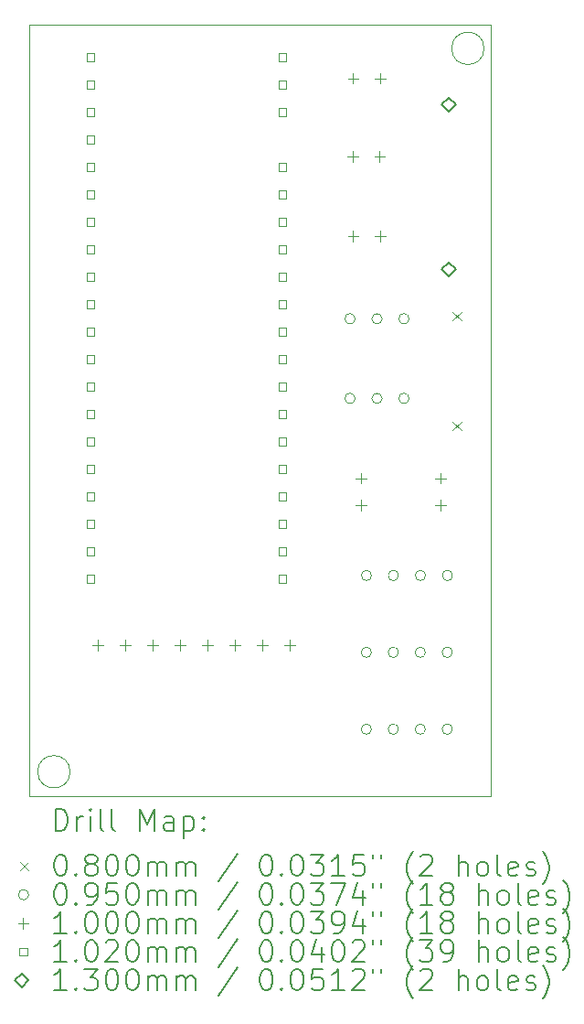
<source format=gbr>
%TF.GenerationSoftware,KiCad,Pcbnew,7.0.2*%
%TF.CreationDate,2023-09-09T23:31:57+02:00*%
%TF.ProjectId,Husvagn,48757376-6167-46e2-9e6b-696361645f70,rev?*%
%TF.SameCoordinates,Original*%
%TF.FileFunction,Drillmap*%
%TF.FilePolarity,Positive*%
%FSLAX45Y45*%
G04 Gerber Fmt 4.5, Leading zero omitted, Abs format (unit mm)*
G04 Created by KiCad (PCBNEW 7.0.2) date 2023-09-09 23:31:57*
%MOMM*%
%LPD*%
G01*
G04 APERTURE LIST*
%ADD10C,0.100000*%
%ADD11C,0.200000*%
%ADD12C,0.080000*%
%ADD13C,0.095000*%
%ADD14C,0.102000*%
%ADD15C,0.130000*%
G04 APERTURE END LIST*
D10*
X17206100Y-6642100D02*
G75*
G03*
X17206100Y-6642100I-150000J0D01*
G01*
X12992100Y-6426200D02*
X17272000Y-6426200D01*
X17272000Y-13563600D01*
X12992100Y-13563600D01*
X12992100Y-6426200D01*
X13370700Y-13335000D02*
G75*
G03*
X13370700Y-13335000I-150000J0D01*
G01*
D11*
D12*
X16914500Y-9078600D02*
X16994500Y-9158600D01*
X16994500Y-9078600D02*
X16914500Y-9158600D01*
X16914500Y-10094600D02*
X16994500Y-10174600D01*
X16994500Y-10094600D02*
X16914500Y-10174600D01*
D13*
X16011400Y-9144000D02*
G75*
G03*
X16011400Y-9144000I-47500J0D01*
G01*
X16011400Y-9880600D02*
G75*
G03*
X16011400Y-9880600I-47500J0D01*
G01*
X16163100Y-12230100D02*
G75*
G03*
X16163100Y-12230100I-47500J0D01*
G01*
X16163100Y-12941300D02*
G75*
G03*
X16163100Y-12941300I-47500J0D01*
G01*
X16163800Y-11518900D02*
G75*
G03*
X16163800Y-11518900I-47500J0D01*
G01*
X16261400Y-9144000D02*
G75*
G03*
X16261400Y-9144000I-47500J0D01*
G01*
X16261400Y-9880600D02*
G75*
G03*
X16261400Y-9880600I-47500J0D01*
G01*
X16413100Y-12230100D02*
G75*
G03*
X16413100Y-12230100I-47500J0D01*
G01*
X16413100Y-12941300D02*
G75*
G03*
X16413100Y-12941300I-47500J0D01*
G01*
X16413800Y-11518900D02*
G75*
G03*
X16413800Y-11518900I-47500J0D01*
G01*
X16511400Y-9144000D02*
G75*
G03*
X16511400Y-9144000I-47500J0D01*
G01*
X16511400Y-9880600D02*
G75*
G03*
X16511400Y-9880600I-47500J0D01*
G01*
X16663100Y-12230100D02*
G75*
G03*
X16663100Y-12230100I-47500J0D01*
G01*
X16663100Y-12941300D02*
G75*
G03*
X16663100Y-12941300I-47500J0D01*
G01*
X16663800Y-11518900D02*
G75*
G03*
X16663800Y-11518900I-47500J0D01*
G01*
X16913100Y-12230100D02*
G75*
G03*
X16913100Y-12230100I-47500J0D01*
G01*
X16913100Y-12941300D02*
G75*
G03*
X16913100Y-12941300I-47500J0D01*
G01*
X16913800Y-11518900D02*
G75*
G03*
X16913800Y-11518900I-47500J0D01*
G01*
D10*
X13627100Y-12116600D02*
X13627100Y-12216600D01*
X13577100Y-12166600D02*
X13677100Y-12166600D01*
X13881100Y-12116600D02*
X13881100Y-12216600D01*
X13831100Y-12166600D02*
X13931100Y-12166600D01*
X14135100Y-12116600D02*
X14135100Y-12216600D01*
X14085100Y-12166600D02*
X14185100Y-12166600D01*
X14389100Y-12116600D02*
X14389100Y-12216600D01*
X14339100Y-12166600D02*
X14439100Y-12166600D01*
X14643100Y-12116600D02*
X14643100Y-12216600D01*
X14593100Y-12166600D02*
X14693100Y-12166600D01*
X14897100Y-12116600D02*
X14897100Y-12216600D01*
X14847100Y-12166600D02*
X14947100Y-12166600D01*
X15151100Y-12116600D02*
X15151100Y-12216600D01*
X15101100Y-12166600D02*
X15201100Y-12166600D01*
X15405100Y-12116600D02*
X15405100Y-12216600D01*
X15355100Y-12166600D02*
X15455100Y-12166600D01*
X15989300Y-7595400D02*
X15989300Y-7695400D01*
X15939300Y-7645400D02*
X16039300Y-7645400D01*
X15993300Y-8332000D02*
X15993300Y-8432000D01*
X15943300Y-8382000D02*
X16043300Y-8382000D01*
X15993900Y-6868800D02*
X15993900Y-6968800D01*
X15943900Y-6918800D02*
X16043900Y-6918800D01*
X16067200Y-10569200D02*
X16067200Y-10669200D01*
X16017200Y-10619200D02*
X16117200Y-10619200D01*
X16067200Y-10819200D02*
X16067200Y-10919200D01*
X16017200Y-10869200D02*
X16117200Y-10869200D01*
X16239300Y-7595400D02*
X16239300Y-7695400D01*
X16189300Y-7645400D02*
X16289300Y-7645400D01*
X16243300Y-8332000D02*
X16243300Y-8432000D01*
X16193300Y-8382000D02*
X16293300Y-8382000D01*
X16243900Y-6868800D02*
X16243900Y-6968800D01*
X16193900Y-6918800D02*
X16293900Y-6918800D01*
X16803800Y-10569200D02*
X16803800Y-10669200D01*
X16753800Y-10619200D02*
X16853800Y-10619200D01*
X16803800Y-10819200D02*
X16803800Y-10919200D01*
X16753800Y-10869200D02*
X16853800Y-10869200D01*
D14*
X13595463Y-6759363D02*
X13595463Y-6687237D01*
X13523337Y-6687237D01*
X13523337Y-6759363D01*
X13595463Y-6759363D01*
X13595463Y-7013363D02*
X13595463Y-6941237D01*
X13523337Y-6941237D01*
X13523337Y-7013363D01*
X13595463Y-7013363D01*
X13595463Y-7267363D02*
X13595463Y-7195237D01*
X13523337Y-7195237D01*
X13523337Y-7267363D01*
X13595463Y-7267363D01*
X13595463Y-7521363D02*
X13595463Y-7449237D01*
X13523337Y-7449237D01*
X13523337Y-7521363D01*
X13595463Y-7521363D01*
X13595463Y-7775363D02*
X13595463Y-7703237D01*
X13523337Y-7703237D01*
X13523337Y-7775363D01*
X13595463Y-7775363D01*
X13595463Y-8029363D02*
X13595463Y-7957237D01*
X13523337Y-7957237D01*
X13523337Y-8029363D01*
X13595463Y-8029363D01*
X13595463Y-8283363D02*
X13595463Y-8211237D01*
X13523337Y-8211237D01*
X13523337Y-8283363D01*
X13595463Y-8283363D01*
X13595463Y-8537363D02*
X13595463Y-8465237D01*
X13523337Y-8465237D01*
X13523337Y-8537363D01*
X13595463Y-8537363D01*
X13595463Y-8791363D02*
X13595463Y-8719237D01*
X13523337Y-8719237D01*
X13523337Y-8791363D01*
X13595463Y-8791363D01*
X13595463Y-9045363D02*
X13595463Y-8973237D01*
X13523337Y-8973237D01*
X13523337Y-9045363D01*
X13595463Y-9045363D01*
X13595463Y-9299363D02*
X13595463Y-9227237D01*
X13523337Y-9227237D01*
X13523337Y-9299363D01*
X13595463Y-9299363D01*
X13595463Y-9553363D02*
X13595463Y-9481237D01*
X13523337Y-9481237D01*
X13523337Y-9553363D01*
X13595463Y-9553363D01*
X13595463Y-9807363D02*
X13595463Y-9735237D01*
X13523337Y-9735237D01*
X13523337Y-9807363D01*
X13595463Y-9807363D01*
X13595463Y-10061363D02*
X13595463Y-9989237D01*
X13523337Y-9989237D01*
X13523337Y-10061363D01*
X13595463Y-10061363D01*
X13595463Y-10315363D02*
X13595463Y-10243237D01*
X13523337Y-10243237D01*
X13523337Y-10315363D01*
X13595463Y-10315363D01*
X13595463Y-10569363D02*
X13595463Y-10497237D01*
X13523337Y-10497237D01*
X13523337Y-10569363D01*
X13595463Y-10569363D01*
X13595463Y-10823363D02*
X13595463Y-10751237D01*
X13523337Y-10751237D01*
X13523337Y-10823363D01*
X13595463Y-10823363D01*
X13595463Y-11077363D02*
X13595463Y-11005237D01*
X13523337Y-11005237D01*
X13523337Y-11077363D01*
X13595463Y-11077363D01*
X13595463Y-11331363D02*
X13595463Y-11259237D01*
X13523337Y-11259237D01*
X13523337Y-11331363D01*
X13595463Y-11331363D01*
X13595463Y-11585363D02*
X13595463Y-11513237D01*
X13523337Y-11513237D01*
X13523337Y-11585363D01*
X13595463Y-11585363D01*
X15373463Y-6759363D02*
X15373463Y-6687237D01*
X15301337Y-6687237D01*
X15301337Y-6759363D01*
X15373463Y-6759363D01*
X15373463Y-7013363D02*
X15373463Y-6941237D01*
X15301337Y-6941237D01*
X15301337Y-7013363D01*
X15373463Y-7013363D01*
X15373463Y-7267363D02*
X15373463Y-7195237D01*
X15301337Y-7195237D01*
X15301337Y-7267363D01*
X15373463Y-7267363D01*
X15373463Y-7775363D02*
X15373463Y-7703237D01*
X15301337Y-7703237D01*
X15301337Y-7775363D01*
X15373463Y-7775363D01*
X15373463Y-8029363D02*
X15373463Y-7957237D01*
X15301337Y-7957237D01*
X15301337Y-8029363D01*
X15373463Y-8029363D01*
X15373463Y-8283363D02*
X15373463Y-8211237D01*
X15301337Y-8211237D01*
X15301337Y-8283363D01*
X15373463Y-8283363D01*
X15373463Y-8537363D02*
X15373463Y-8465237D01*
X15301337Y-8465237D01*
X15301337Y-8537363D01*
X15373463Y-8537363D01*
X15373463Y-8791363D02*
X15373463Y-8719237D01*
X15301337Y-8719237D01*
X15301337Y-8791363D01*
X15373463Y-8791363D01*
X15373463Y-9045363D02*
X15373463Y-8973237D01*
X15301337Y-8973237D01*
X15301337Y-9045363D01*
X15373463Y-9045363D01*
X15373463Y-9299363D02*
X15373463Y-9227237D01*
X15301337Y-9227237D01*
X15301337Y-9299363D01*
X15373463Y-9299363D01*
X15373463Y-9553363D02*
X15373463Y-9481237D01*
X15301337Y-9481237D01*
X15301337Y-9553363D01*
X15373463Y-9553363D01*
X15373463Y-9807363D02*
X15373463Y-9735237D01*
X15301337Y-9735237D01*
X15301337Y-9807363D01*
X15373463Y-9807363D01*
X15373463Y-10061363D02*
X15373463Y-9989237D01*
X15301337Y-9989237D01*
X15301337Y-10061363D01*
X15373463Y-10061363D01*
X15373463Y-10315363D02*
X15373463Y-10243237D01*
X15301337Y-10243237D01*
X15301337Y-10315363D01*
X15373463Y-10315363D01*
X15373463Y-10569363D02*
X15373463Y-10497237D01*
X15301337Y-10497237D01*
X15301337Y-10569363D01*
X15373463Y-10569363D01*
X15373463Y-10823363D02*
X15373463Y-10751237D01*
X15301337Y-10751237D01*
X15301337Y-10823363D01*
X15373463Y-10823363D01*
X15373463Y-11077363D02*
X15373463Y-11005237D01*
X15301337Y-11005237D01*
X15301337Y-11077363D01*
X15373463Y-11077363D01*
X15373463Y-11331363D02*
X15373463Y-11259237D01*
X15301337Y-11259237D01*
X15301337Y-11331363D01*
X15373463Y-11331363D01*
X15373463Y-11585363D02*
X15373463Y-11513237D01*
X15301337Y-11513237D01*
X15301337Y-11585363D01*
X15373463Y-11585363D01*
D15*
X16878300Y-7227800D02*
X16943300Y-7162800D01*
X16878300Y-7097800D01*
X16813300Y-7162800D01*
X16878300Y-7227800D01*
X16878300Y-8751800D02*
X16943300Y-8686800D01*
X16878300Y-8621800D01*
X16813300Y-8686800D01*
X16878300Y-8751800D01*
D11*
X13234719Y-13881124D02*
X13234719Y-13681124D01*
X13234719Y-13681124D02*
X13282338Y-13681124D01*
X13282338Y-13681124D02*
X13310909Y-13690648D01*
X13310909Y-13690648D02*
X13329957Y-13709695D01*
X13329957Y-13709695D02*
X13339481Y-13728743D01*
X13339481Y-13728743D02*
X13349005Y-13766838D01*
X13349005Y-13766838D02*
X13349005Y-13795409D01*
X13349005Y-13795409D02*
X13339481Y-13833505D01*
X13339481Y-13833505D02*
X13329957Y-13852552D01*
X13329957Y-13852552D02*
X13310909Y-13871600D01*
X13310909Y-13871600D02*
X13282338Y-13881124D01*
X13282338Y-13881124D02*
X13234719Y-13881124D01*
X13434719Y-13881124D02*
X13434719Y-13747790D01*
X13434719Y-13785886D02*
X13444243Y-13766838D01*
X13444243Y-13766838D02*
X13453767Y-13757314D01*
X13453767Y-13757314D02*
X13472814Y-13747790D01*
X13472814Y-13747790D02*
X13491862Y-13747790D01*
X13558528Y-13881124D02*
X13558528Y-13747790D01*
X13558528Y-13681124D02*
X13549005Y-13690648D01*
X13549005Y-13690648D02*
X13558528Y-13700171D01*
X13558528Y-13700171D02*
X13568052Y-13690648D01*
X13568052Y-13690648D02*
X13558528Y-13681124D01*
X13558528Y-13681124D02*
X13558528Y-13700171D01*
X13682338Y-13881124D02*
X13663290Y-13871600D01*
X13663290Y-13871600D02*
X13653767Y-13852552D01*
X13653767Y-13852552D02*
X13653767Y-13681124D01*
X13787100Y-13881124D02*
X13768052Y-13871600D01*
X13768052Y-13871600D02*
X13758528Y-13852552D01*
X13758528Y-13852552D02*
X13758528Y-13681124D01*
X14015671Y-13881124D02*
X14015671Y-13681124D01*
X14015671Y-13681124D02*
X14082338Y-13823981D01*
X14082338Y-13823981D02*
X14149005Y-13681124D01*
X14149005Y-13681124D02*
X14149005Y-13881124D01*
X14329957Y-13881124D02*
X14329957Y-13776362D01*
X14329957Y-13776362D02*
X14320433Y-13757314D01*
X14320433Y-13757314D02*
X14301386Y-13747790D01*
X14301386Y-13747790D02*
X14263290Y-13747790D01*
X14263290Y-13747790D02*
X14244243Y-13757314D01*
X14329957Y-13871600D02*
X14310909Y-13881124D01*
X14310909Y-13881124D02*
X14263290Y-13881124D01*
X14263290Y-13881124D02*
X14244243Y-13871600D01*
X14244243Y-13871600D02*
X14234719Y-13852552D01*
X14234719Y-13852552D02*
X14234719Y-13833505D01*
X14234719Y-13833505D02*
X14244243Y-13814457D01*
X14244243Y-13814457D02*
X14263290Y-13804933D01*
X14263290Y-13804933D02*
X14310909Y-13804933D01*
X14310909Y-13804933D02*
X14329957Y-13795409D01*
X14425195Y-13747790D02*
X14425195Y-13947790D01*
X14425195Y-13757314D02*
X14444243Y-13747790D01*
X14444243Y-13747790D02*
X14482338Y-13747790D01*
X14482338Y-13747790D02*
X14501386Y-13757314D01*
X14501386Y-13757314D02*
X14510909Y-13766838D01*
X14510909Y-13766838D02*
X14520433Y-13785886D01*
X14520433Y-13785886D02*
X14520433Y-13843028D01*
X14520433Y-13843028D02*
X14510909Y-13862076D01*
X14510909Y-13862076D02*
X14501386Y-13871600D01*
X14501386Y-13871600D02*
X14482338Y-13881124D01*
X14482338Y-13881124D02*
X14444243Y-13881124D01*
X14444243Y-13881124D02*
X14425195Y-13871600D01*
X14606148Y-13862076D02*
X14615671Y-13871600D01*
X14615671Y-13871600D02*
X14606148Y-13881124D01*
X14606148Y-13881124D02*
X14596624Y-13871600D01*
X14596624Y-13871600D02*
X14606148Y-13862076D01*
X14606148Y-13862076D02*
X14606148Y-13881124D01*
X14606148Y-13757314D02*
X14615671Y-13766838D01*
X14615671Y-13766838D02*
X14606148Y-13776362D01*
X14606148Y-13776362D02*
X14596624Y-13766838D01*
X14596624Y-13766838D02*
X14606148Y-13757314D01*
X14606148Y-13757314D02*
X14606148Y-13776362D01*
D12*
X12907100Y-14168600D02*
X12987100Y-14248600D01*
X12987100Y-14168600D02*
X12907100Y-14248600D01*
D11*
X13272814Y-14101124D02*
X13291862Y-14101124D01*
X13291862Y-14101124D02*
X13310909Y-14110648D01*
X13310909Y-14110648D02*
X13320433Y-14120171D01*
X13320433Y-14120171D02*
X13329957Y-14139219D01*
X13329957Y-14139219D02*
X13339481Y-14177314D01*
X13339481Y-14177314D02*
X13339481Y-14224933D01*
X13339481Y-14224933D02*
X13329957Y-14263028D01*
X13329957Y-14263028D02*
X13320433Y-14282076D01*
X13320433Y-14282076D02*
X13310909Y-14291600D01*
X13310909Y-14291600D02*
X13291862Y-14301124D01*
X13291862Y-14301124D02*
X13272814Y-14301124D01*
X13272814Y-14301124D02*
X13253767Y-14291600D01*
X13253767Y-14291600D02*
X13244243Y-14282076D01*
X13244243Y-14282076D02*
X13234719Y-14263028D01*
X13234719Y-14263028D02*
X13225195Y-14224933D01*
X13225195Y-14224933D02*
X13225195Y-14177314D01*
X13225195Y-14177314D02*
X13234719Y-14139219D01*
X13234719Y-14139219D02*
X13244243Y-14120171D01*
X13244243Y-14120171D02*
X13253767Y-14110648D01*
X13253767Y-14110648D02*
X13272814Y-14101124D01*
X13425195Y-14282076D02*
X13434719Y-14291600D01*
X13434719Y-14291600D02*
X13425195Y-14301124D01*
X13425195Y-14301124D02*
X13415671Y-14291600D01*
X13415671Y-14291600D02*
X13425195Y-14282076D01*
X13425195Y-14282076D02*
X13425195Y-14301124D01*
X13549005Y-14186838D02*
X13529957Y-14177314D01*
X13529957Y-14177314D02*
X13520433Y-14167790D01*
X13520433Y-14167790D02*
X13510909Y-14148743D01*
X13510909Y-14148743D02*
X13510909Y-14139219D01*
X13510909Y-14139219D02*
X13520433Y-14120171D01*
X13520433Y-14120171D02*
X13529957Y-14110648D01*
X13529957Y-14110648D02*
X13549005Y-14101124D01*
X13549005Y-14101124D02*
X13587100Y-14101124D01*
X13587100Y-14101124D02*
X13606148Y-14110648D01*
X13606148Y-14110648D02*
X13615671Y-14120171D01*
X13615671Y-14120171D02*
X13625195Y-14139219D01*
X13625195Y-14139219D02*
X13625195Y-14148743D01*
X13625195Y-14148743D02*
X13615671Y-14167790D01*
X13615671Y-14167790D02*
X13606148Y-14177314D01*
X13606148Y-14177314D02*
X13587100Y-14186838D01*
X13587100Y-14186838D02*
X13549005Y-14186838D01*
X13549005Y-14186838D02*
X13529957Y-14196362D01*
X13529957Y-14196362D02*
X13520433Y-14205886D01*
X13520433Y-14205886D02*
X13510909Y-14224933D01*
X13510909Y-14224933D02*
X13510909Y-14263028D01*
X13510909Y-14263028D02*
X13520433Y-14282076D01*
X13520433Y-14282076D02*
X13529957Y-14291600D01*
X13529957Y-14291600D02*
X13549005Y-14301124D01*
X13549005Y-14301124D02*
X13587100Y-14301124D01*
X13587100Y-14301124D02*
X13606148Y-14291600D01*
X13606148Y-14291600D02*
X13615671Y-14282076D01*
X13615671Y-14282076D02*
X13625195Y-14263028D01*
X13625195Y-14263028D02*
X13625195Y-14224933D01*
X13625195Y-14224933D02*
X13615671Y-14205886D01*
X13615671Y-14205886D02*
X13606148Y-14196362D01*
X13606148Y-14196362D02*
X13587100Y-14186838D01*
X13749005Y-14101124D02*
X13768052Y-14101124D01*
X13768052Y-14101124D02*
X13787100Y-14110648D01*
X13787100Y-14110648D02*
X13796624Y-14120171D01*
X13796624Y-14120171D02*
X13806148Y-14139219D01*
X13806148Y-14139219D02*
X13815671Y-14177314D01*
X13815671Y-14177314D02*
X13815671Y-14224933D01*
X13815671Y-14224933D02*
X13806148Y-14263028D01*
X13806148Y-14263028D02*
X13796624Y-14282076D01*
X13796624Y-14282076D02*
X13787100Y-14291600D01*
X13787100Y-14291600D02*
X13768052Y-14301124D01*
X13768052Y-14301124D02*
X13749005Y-14301124D01*
X13749005Y-14301124D02*
X13729957Y-14291600D01*
X13729957Y-14291600D02*
X13720433Y-14282076D01*
X13720433Y-14282076D02*
X13710909Y-14263028D01*
X13710909Y-14263028D02*
X13701386Y-14224933D01*
X13701386Y-14224933D02*
X13701386Y-14177314D01*
X13701386Y-14177314D02*
X13710909Y-14139219D01*
X13710909Y-14139219D02*
X13720433Y-14120171D01*
X13720433Y-14120171D02*
X13729957Y-14110648D01*
X13729957Y-14110648D02*
X13749005Y-14101124D01*
X13939481Y-14101124D02*
X13958529Y-14101124D01*
X13958529Y-14101124D02*
X13977576Y-14110648D01*
X13977576Y-14110648D02*
X13987100Y-14120171D01*
X13987100Y-14120171D02*
X13996624Y-14139219D01*
X13996624Y-14139219D02*
X14006148Y-14177314D01*
X14006148Y-14177314D02*
X14006148Y-14224933D01*
X14006148Y-14224933D02*
X13996624Y-14263028D01*
X13996624Y-14263028D02*
X13987100Y-14282076D01*
X13987100Y-14282076D02*
X13977576Y-14291600D01*
X13977576Y-14291600D02*
X13958529Y-14301124D01*
X13958529Y-14301124D02*
X13939481Y-14301124D01*
X13939481Y-14301124D02*
X13920433Y-14291600D01*
X13920433Y-14291600D02*
X13910909Y-14282076D01*
X13910909Y-14282076D02*
X13901386Y-14263028D01*
X13901386Y-14263028D02*
X13891862Y-14224933D01*
X13891862Y-14224933D02*
X13891862Y-14177314D01*
X13891862Y-14177314D02*
X13901386Y-14139219D01*
X13901386Y-14139219D02*
X13910909Y-14120171D01*
X13910909Y-14120171D02*
X13920433Y-14110648D01*
X13920433Y-14110648D02*
X13939481Y-14101124D01*
X14091862Y-14301124D02*
X14091862Y-14167790D01*
X14091862Y-14186838D02*
X14101386Y-14177314D01*
X14101386Y-14177314D02*
X14120433Y-14167790D01*
X14120433Y-14167790D02*
X14149005Y-14167790D01*
X14149005Y-14167790D02*
X14168052Y-14177314D01*
X14168052Y-14177314D02*
X14177576Y-14196362D01*
X14177576Y-14196362D02*
X14177576Y-14301124D01*
X14177576Y-14196362D02*
X14187100Y-14177314D01*
X14187100Y-14177314D02*
X14206148Y-14167790D01*
X14206148Y-14167790D02*
X14234719Y-14167790D01*
X14234719Y-14167790D02*
X14253767Y-14177314D01*
X14253767Y-14177314D02*
X14263290Y-14196362D01*
X14263290Y-14196362D02*
X14263290Y-14301124D01*
X14358529Y-14301124D02*
X14358529Y-14167790D01*
X14358529Y-14186838D02*
X14368052Y-14177314D01*
X14368052Y-14177314D02*
X14387100Y-14167790D01*
X14387100Y-14167790D02*
X14415671Y-14167790D01*
X14415671Y-14167790D02*
X14434719Y-14177314D01*
X14434719Y-14177314D02*
X14444243Y-14196362D01*
X14444243Y-14196362D02*
X14444243Y-14301124D01*
X14444243Y-14196362D02*
X14453767Y-14177314D01*
X14453767Y-14177314D02*
X14472814Y-14167790D01*
X14472814Y-14167790D02*
X14501386Y-14167790D01*
X14501386Y-14167790D02*
X14520433Y-14177314D01*
X14520433Y-14177314D02*
X14529957Y-14196362D01*
X14529957Y-14196362D02*
X14529957Y-14301124D01*
X14920433Y-14091600D02*
X14749005Y-14348743D01*
X15177576Y-14101124D02*
X15196624Y-14101124D01*
X15196624Y-14101124D02*
X15215672Y-14110648D01*
X15215672Y-14110648D02*
X15225195Y-14120171D01*
X15225195Y-14120171D02*
X15234719Y-14139219D01*
X15234719Y-14139219D02*
X15244243Y-14177314D01*
X15244243Y-14177314D02*
X15244243Y-14224933D01*
X15244243Y-14224933D02*
X15234719Y-14263028D01*
X15234719Y-14263028D02*
X15225195Y-14282076D01*
X15225195Y-14282076D02*
X15215672Y-14291600D01*
X15215672Y-14291600D02*
X15196624Y-14301124D01*
X15196624Y-14301124D02*
X15177576Y-14301124D01*
X15177576Y-14301124D02*
X15158529Y-14291600D01*
X15158529Y-14291600D02*
X15149005Y-14282076D01*
X15149005Y-14282076D02*
X15139481Y-14263028D01*
X15139481Y-14263028D02*
X15129957Y-14224933D01*
X15129957Y-14224933D02*
X15129957Y-14177314D01*
X15129957Y-14177314D02*
X15139481Y-14139219D01*
X15139481Y-14139219D02*
X15149005Y-14120171D01*
X15149005Y-14120171D02*
X15158529Y-14110648D01*
X15158529Y-14110648D02*
X15177576Y-14101124D01*
X15329957Y-14282076D02*
X15339481Y-14291600D01*
X15339481Y-14291600D02*
X15329957Y-14301124D01*
X15329957Y-14301124D02*
X15320433Y-14291600D01*
X15320433Y-14291600D02*
X15329957Y-14282076D01*
X15329957Y-14282076D02*
X15329957Y-14301124D01*
X15463291Y-14101124D02*
X15482338Y-14101124D01*
X15482338Y-14101124D02*
X15501386Y-14110648D01*
X15501386Y-14110648D02*
X15510910Y-14120171D01*
X15510910Y-14120171D02*
X15520433Y-14139219D01*
X15520433Y-14139219D02*
X15529957Y-14177314D01*
X15529957Y-14177314D02*
X15529957Y-14224933D01*
X15529957Y-14224933D02*
X15520433Y-14263028D01*
X15520433Y-14263028D02*
X15510910Y-14282076D01*
X15510910Y-14282076D02*
X15501386Y-14291600D01*
X15501386Y-14291600D02*
X15482338Y-14301124D01*
X15482338Y-14301124D02*
X15463291Y-14301124D01*
X15463291Y-14301124D02*
X15444243Y-14291600D01*
X15444243Y-14291600D02*
X15434719Y-14282076D01*
X15434719Y-14282076D02*
X15425195Y-14263028D01*
X15425195Y-14263028D02*
X15415672Y-14224933D01*
X15415672Y-14224933D02*
X15415672Y-14177314D01*
X15415672Y-14177314D02*
X15425195Y-14139219D01*
X15425195Y-14139219D02*
X15434719Y-14120171D01*
X15434719Y-14120171D02*
X15444243Y-14110648D01*
X15444243Y-14110648D02*
X15463291Y-14101124D01*
X15596624Y-14101124D02*
X15720433Y-14101124D01*
X15720433Y-14101124D02*
X15653767Y-14177314D01*
X15653767Y-14177314D02*
X15682338Y-14177314D01*
X15682338Y-14177314D02*
X15701386Y-14186838D01*
X15701386Y-14186838D02*
X15710910Y-14196362D01*
X15710910Y-14196362D02*
X15720433Y-14215409D01*
X15720433Y-14215409D02*
X15720433Y-14263028D01*
X15720433Y-14263028D02*
X15710910Y-14282076D01*
X15710910Y-14282076D02*
X15701386Y-14291600D01*
X15701386Y-14291600D02*
X15682338Y-14301124D01*
X15682338Y-14301124D02*
X15625195Y-14301124D01*
X15625195Y-14301124D02*
X15606148Y-14291600D01*
X15606148Y-14291600D02*
X15596624Y-14282076D01*
X15910910Y-14301124D02*
X15796624Y-14301124D01*
X15853767Y-14301124D02*
X15853767Y-14101124D01*
X15853767Y-14101124D02*
X15834719Y-14129695D01*
X15834719Y-14129695D02*
X15815672Y-14148743D01*
X15815672Y-14148743D02*
X15796624Y-14158267D01*
X16091862Y-14101124D02*
X15996624Y-14101124D01*
X15996624Y-14101124D02*
X15987100Y-14196362D01*
X15987100Y-14196362D02*
X15996624Y-14186838D01*
X15996624Y-14186838D02*
X16015672Y-14177314D01*
X16015672Y-14177314D02*
X16063291Y-14177314D01*
X16063291Y-14177314D02*
X16082338Y-14186838D01*
X16082338Y-14186838D02*
X16091862Y-14196362D01*
X16091862Y-14196362D02*
X16101386Y-14215409D01*
X16101386Y-14215409D02*
X16101386Y-14263028D01*
X16101386Y-14263028D02*
X16091862Y-14282076D01*
X16091862Y-14282076D02*
X16082338Y-14291600D01*
X16082338Y-14291600D02*
X16063291Y-14301124D01*
X16063291Y-14301124D02*
X16015672Y-14301124D01*
X16015672Y-14301124D02*
X15996624Y-14291600D01*
X15996624Y-14291600D02*
X15987100Y-14282076D01*
X16177576Y-14101124D02*
X16177576Y-14139219D01*
X16253767Y-14101124D02*
X16253767Y-14139219D01*
X16549005Y-14377314D02*
X16539481Y-14367790D01*
X16539481Y-14367790D02*
X16520434Y-14339219D01*
X16520434Y-14339219D02*
X16510910Y-14320171D01*
X16510910Y-14320171D02*
X16501386Y-14291600D01*
X16501386Y-14291600D02*
X16491862Y-14243981D01*
X16491862Y-14243981D02*
X16491862Y-14205886D01*
X16491862Y-14205886D02*
X16501386Y-14158267D01*
X16501386Y-14158267D02*
X16510910Y-14129695D01*
X16510910Y-14129695D02*
X16520434Y-14110648D01*
X16520434Y-14110648D02*
X16539481Y-14082076D01*
X16539481Y-14082076D02*
X16549005Y-14072552D01*
X16615672Y-14120171D02*
X16625195Y-14110648D01*
X16625195Y-14110648D02*
X16644243Y-14101124D01*
X16644243Y-14101124D02*
X16691862Y-14101124D01*
X16691862Y-14101124D02*
X16710910Y-14110648D01*
X16710910Y-14110648D02*
X16720434Y-14120171D01*
X16720434Y-14120171D02*
X16729957Y-14139219D01*
X16729957Y-14139219D02*
X16729957Y-14158267D01*
X16729957Y-14158267D02*
X16720434Y-14186838D01*
X16720434Y-14186838D02*
X16606148Y-14301124D01*
X16606148Y-14301124D02*
X16729957Y-14301124D01*
X16968053Y-14301124D02*
X16968053Y-14101124D01*
X17053767Y-14301124D02*
X17053767Y-14196362D01*
X17053767Y-14196362D02*
X17044243Y-14177314D01*
X17044243Y-14177314D02*
X17025196Y-14167790D01*
X17025196Y-14167790D02*
X16996624Y-14167790D01*
X16996624Y-14167790D02*
X16977577Y-14177314D01*
X16977577Y-14177314D02*
X16968053Y-14186838D01*
X17177577Y-14301124D02*
X17158529Y-14291600D01*
X17158529Y-14291600D02*
X17149005Y-14282076D01*
X17149005Y-14282076D02*
X17139481Y-14263028D01*
X17139481Y-14263028D02*
X17139481Y-14205886D01*
X17139481Y-14205886D02*
X17149005Y-14186838D01*
X17149005Y-14186838D02*
X17158529Y-14177314D01*
X17158529Y-14177314D02*
X17177577Y-14167790D01*
X17177577Y-14167790D02*
X17206148Y-14167790D01*
X17206148Y-14167790D02*
X17225196Y-14177314D01*
X17225196Y-14177314D02*
X17234719Y-14186838D01*
X17234719Y-14186838D02*
X17244243Y-14205886D01*
X17244243Y-14205886D02*
X17244243Y-14263028D01*
X17244243Y-14263028D02*
X17234719Y-14282076D01*
X17234719Y-14282076D02*
X17225196Y-14291600D01*
X17225196Y-14291600D02*
X17206148Y-14301124D01*
X17206148Y-14301124D02*
X17177577Y-14301124D01*
X17358529Y-14301124D02*
X17339481Y-14291600D01*
X17339481Y-14291600D02*
X17329958Y-14272552D01*
X17329958Y-14272552D02*
X17329958Y-14101124D01*
X17510910Y-14291600D02*
X17491862Y-14301124D01*
X17491862Y-14301124D02*
X17453767Y-14301124D01*
X17453767Y-14301124D02*
X17434719Y-14291600D01*
X17434719Y-14291600D02*
X17425196Y-14272552D01*
X17425196Y-14272552D02*
X17425196Y-14196362D01*
X17425196Y-14196362D02*
X17434719Y-14177314D01*
X17434719Y-14177314D02*
X17453767Y-14167790D01*
X17453767Y-14167790D02*
X17491862Y-14167790D01*
X17491862Y-14167790D02*
X17510910Y-14177314D01*
X17510910Y-14177314D02*
X17520434Y-14196362D01*
X17520434Y-14196362D02*
X17520434Y-14215409D01*
X17520434Y-14215409D02*
X17425196Y-14234457D01*
X17596624Y-14291600D02*
X17615672Y-14301124D01*
X17615672Y-14301124D02*
X17653767Y-14301124D01*
X17653767Y-14301124D02*
X17672815Y-14291600D01*
X17672815Y-14291600D02*
X17682339Y-14272552D01*
X17682339Y-14272552D02*
X17682339Y-14263028D01*
X17682339Y-14263028D02*
X17672815Y-14243981D01*
X17672815Y-14243981D02*
X17653767Y-14234457D01*
X17653767Y-14234457D02*
X17625196Y-14234457D01*
X17625196Y-14234457D02*
X17606148Y-14224933D01*
X17606148Y-14224933D02*
X17596624Y-14205886D01*
X17596624Y-14205886D02*
X17596624Y-14196362D01*
X17596624Y-14196362D02*
X17606148Y-14177314D01*
X17606148Y-14177314D02*
X17625196Y-14167790D01*
X17625196Y-14167790D02*
X17653767Y-14167790D01*
X17653767Y-14167790D02*
X17672815Y-14177314D01*
X17749005Y-14377314D02*
X17758529Y-14367790D01*
X17758529Y-14367790D02*
X17777577Y-14339219D01*
X17777577Y-14339219D02*
X17787100Y-14320171D01*
X17787100Y-14320171D02*
X17796624Y-14291600D01*
X17796624Y-14291600D02*
X17806148Y-14243981D01*
X17806148Y-14243981D02*
X17806148Y-14205886D01*
X17806148Y-14205886D02*
X17796624Y-14158267D01*
X17796624Y-14158267D02*
X17787100Y-14129695D01*
X17787100Y-14129695D02*
X17777577Y-14110648D01*
X17777577Y-14110648D02*
X17758529Y-14082076D01*
X17758529Y-14082076D02*
X17749005Y-14072552D01*
D13*
X12987100Y-14472600D02*
G75*
G03*
X12987100Y-14472600I-47500J0D01*
G01*
D11*
X13272814Y-14365124D02*
X13291862Y-14365124D01*
X13291862Y-14365124D02*
X13310909Y-14374648D01*
X13310909Y-14374648D02*
X13320433Y-14384171D01*
X13320433Y-14384171D02*
X13329957Y-14403219D01*
X13329957Y-14403219D02*
X13339481Y-14441314D01*
X13339481Y-14441314D02*
X13339481Y-14488933D01*
X13339481Y-14488933D02*
X13329957Y-14527028D01*
X13329957Y-14527028D02*
X13320433Y-14546076D01*
X13320433Y-14546076D02*
X13310909Y-14555600D01*
X13310909Y-14555600D02*
X13291862Y-14565124D01*
X13291862Y-14565124D02*
X13272814Y-14565124D01*
X13272814Y-14565124D02*
X13253767Y-14555600D01*
X13253767Y-14555600D02*
X13244243Y-14546076D01*
X13244243Y-14546076D02*
X13234719Y-14527028D01*
X13234719Y-14527028D02*
X13225195Y-14488933D01*
X13225195Y-14488933D02*
X13225195Y-14441314D01*
X13225195Y-14441314D02*
X13234719Y-14403219D01*
X13234719Y-14403219D02*
X13244243Y-14384171D01*
X13244243Y-14384171D02*
X13253767Y-14374648D01*
X13253767Y-14374648D02*
X13272814Y-14365124D01*
X13425195Y-14546076D02*
X13434719Y-14555600D01*
X13434719Y-14555600D02*
X13425195Y-14565124D01*
X13425195Y-14565124D02*
X13415671Y-14555600D01*
X13415671Y-14555600D02*
X13425195Y-14546076D01*
X13425195Y-14546076D02*
X13425195Y-14565124D01*
X13529957Y-14565124D02*
X13568052Y-14565124D01*
X13568052Y-14565124D02*
X13587100Y-14555600D01*
X13587100Y-14555600D02*
X13596624Y-14546076D01*
X13596624Y-14546076D02*
X13615671Y-14517505D01*
X13615671Y-14517505D02*
X13625195Y-14479409D01*
X13625195Y-14479409D02*
X13625195Y-14403219D01*
X13625195Y-14403219D02*
X13615671Y-14384171D01*
X13615671Y-14384171D02*
X13606148Y-14374648D01*
X13606148Y-14374648D02*
X13587100Y-14365124D01*
X13587100Y-14365124D02*
X13549005Y-14365124D01*
X13549005Y-14365124D02*
X13529957Y-14374648D01*
X13529957Y-14374648D02*
X13520433Y-14384171D01*
X13520433Y-14384171D02*
X13510909Y-14403219D01*
X13510909Y-14403219D02*
X13510909Y-14450838D01*
X13510909Y-14450838D02*
X13520433Y-14469886D01*
X13520433Y-14469886D02*
X13529957Y-14479409D01*
X13529957Y-14479409D02*
X13549005Y-14488933D01*
X13549005Y-14488933D02*
X13587100Y-14488933D01*
X13587100Y-14488933D02*
X13606148Y-14479409D01*
X13606148Y-14479409D02*
X13615671Y-14469886D01*
X13615671Y-14469886D02*
X13625195Y-14450838D01*
X13806148Y-14365124D02*
X13710909Y-14365124D01*
X13710909Y-14365124D02*
X13701386Y-14460362D01*
X13701386Y-14460362D02*
X13710909Y-14450838D01*
X13710909Y-14450838D02*
X13729957Y-14441314D01*
X13729957Y-14441314D02*
X13777576Y-14441314D01*
X13777576Y-14441314D02*
X13796624Y-14450838D01*
X13796624Y-14450838D02*
X13806148Y-14460362D01*
X13806148Y-14460362D02*
X13815671Y-14479409D01*
X13815671Y-14479409D02*
X13815671Y-14527028D01*
X13815671Y-14527028D02*
X13806148Y-14546076D01*
X13806148Y-14546076D02*
X13796624Y-14555600D01*
X13796624Y-14555600D02*
X13777576Y-14565124D01*
X13777576Y-14565124D02*
X13729957Y-14565124D01*
X13729957Y-14565124D02*
X13710909Y-14555600D01*
X13710909Y-14555600D02*
X13701386Y-14546076D01*
X13939481Y-14365124D02*
X13958529Y-14365124D01*
X13958529Y-14365124D02*
X13977576Y-14374648D01*
X13977576Y-14374648D02*
X13987100Y-14384171D01*
X13987100Y-14384171D02*
X13996624Y-14403219D01*
X13996624Y-14403219D02*
X14006148Y-14441314D01*
X14006148Y-14441314D02*
X14006148Y-14488933D01*
X14006148Y-14488933D02*
X13996624Y-14527028D01*
X13996624Y-14527028D02*
X13987100Y-14546076D01*
X13987100Y-14546076D02*
X13977576Y-14555600D01*
X13977576Y-14555600D02*
X13958529Y-14565124D01*
X13958529Y-14565124D02*
X13939481Y-14565124D01*
X13939481Y-14565124D02*
X13920433Y-14555600D01*
X13920433Y-14555600D02*
X13910909Y-14546076D01*
X13910909Y-14546076D02*
X13901386Y-14527028D01*
X13901386Y-14527028D02*
X13891862Y-14488933D01*
X13891862Y-14488933D02*
X13891862Y-14441314D01*
X13891862Y-14441314D02*
X13901386Y-14403219D01*
X13901386Y-14403219D02*
X13910909Y-14384171D01*
X13910909Y-14384171D02*
X13920433Y-14374648D01*
X13920433Y-14374648D02*
X13939481Y-14365124D01*
X14091862Y-14565124D02*
X14091862Y-14431790D01*
X14091862Y-14450838D02*
X14101386Y-14441314D01*
X14101386Y-14441314D02*
X14120433Y-14431790D01*
X14120433Y-14431790D02*
X14149005Y-14431790D01*
X14149005Y-14431790D02*
X14168052Y-14441314D01*
X14168052Y-14441314D02*
X14177576Y-14460362D01*
X14177576Y-14460362D02*
X14177576Y-14565124D01*
X14177576Y-14460362D02*
X14187100Y-14441314D01*
X14187100Y-14441314D02*
X14206148Y-14431790D01*
X14206148Y-14431790D02*
X14234719Y-14431790D01*
X14234719Y-14431790D02*
X14253767Y-14441314D01*
X14253767Y-14441314D02*
X14263290Y-14460362D01*
X14263290Y-14460362D02*
X14263290Y-14565124D01*
X14358529Y-14565124D02*
X14358529Y-14431790D01*
X14358529Y-14450838D02*
X14368052Y-14441314D01*
X14368052Y-14441314D02*
X14387100Y-14431790D01*
X14387100Y-14431790D02*
X14415671Y-14431790D01*
X14415671Y-14431790D02*
X14434719Y-14441314D01*
X14434719Y-14441314D02*
X14444243Y-14460362D01*
X14444243Y-14460362D02*
X14444243Y-14565124D01*
X14444243Y-14460362D02*
X14453767Y-14441314D01*
X14453767Y-14441314D02*
X14472814Y-14431790D01*
X14472814Y-14431790D02*
X14501386Y-14431790D01*
X14501386Y-14431790D02*
X14520433Y-14441314D01*
X14520433Y-14441314D02*
X14529957Y-14460362D01*
X14529957Y-14460362D02*
X14529957Y-14565124D01*
X14920433Y-14355600D02*
X14749005Y-14612743D01*
X15177576Y-14365124D02*
X15196624Y-14365124D01*
X15196624Y-14365124D02*
X15215672Y-14374648D01*
X15215672Y-14374648D02*
X15225195Y-14384171D01*
X15225195Y-14384171D02*
X15234719Y-14403219D01*
X15234719Y-14403219D02*
X15244243Y-14441314D01*
X15244243Y-14441314D02*
X15244243Y-14488933D01*
X15244243Y-14488933D02*
X15234719Y-14527028D01*
X15234719Y-14527028D02*
X15225195Y-14546076D01*
X15225195Y-14546076D02*
X15215672Y-14555600D01*
X15215672Y-14555600D02*
X15196624Y-14565124D01*
X15196624Y-14565124D02*
X15177576Y-14565124D01*
X15177576Y-14565124D02*
X15158529Y-14555600D01*
X15158529Y-14555600D02*
X15149005Y-14546076D01*
X15149005Y-14546076D02*
X15139481Y-14527028D01*
X15139481Y-14527028D02*
X15129957Y-14488933D01*
X15129957Y-14488933D02*
X15129957Y-14441314D01*
X15129957Y-14441314D02*
X15139481Y-14403219D01*
X15139481Y-14403219D02*
X15149005Y-14384171D01*
X15149005Y-14384171D02*
X15158529Y-14374648D01*
X15158529Y-14374648D02*
X15177576Y-14365124D01*
X15329957Y-14546076D02*
X15339481Y-14555600D01*
X15339481Y-14555600D02*
X15329957Y-14565124D01*
X15329957Y-14565124D02*
X15320433Y-14555600D01*
X15320433Y-14555600D02*
X15329957Y-14546076D01*
X15329957Y-14546076D02*
X15329957Y-14565124D01*
X15463291Y-14365124D02*
X15482338Y-14365124D01*
X15482338Y-14365124D02*
X15501386Y-14374648D01*
X15501386Y-14374648D02*
X15510910Y-14384171D01*
X15510910Y-14384171D02*
X15520433Y-14403219D01*
X15520433Y-14403219D02*
X15529957Y-14441314D01*
X15529957Y-14441314D02*
X15529957Y-14488933D01*
X15529957Y-14488933D02*
X15520433Y-14527028D01*
X15520433Y-14527028D02*
X15510910Y-14546076D01*
X15510910Y-14546076D02*
X15501386Y-14555600D01*
X15501386Y-14555600D02*
X15482338Y-14565124D01*
X15482338Y-14565124D02*
X15463291Y-14565124D01*
X15463291Y-14565124D02*
X15444243Y-14555600D01*
X15444243Y-14555600D02*
X15434719Y-14546076D01*
X15434719Y-14546076D02*
X15425195Y-14527028D01*
X15425195Y-14527028D02*
X15415672Y-14488933D01*
X15415672Y-14488933D02*
X15415672Y-14441314D01*
X15415672Y-14441314D02*
X15425195Y-14403219D01*
X15425195Y-14403219D02*
X15434719Y-14384171D01*
X15434719Y-14384171D02*
X15444243Y-14374648D01*
X15444243Y-14374648D02*
X15463291Y-14365124D01*
X15596624Y-14365124D02*
X15720433Y-14365124D01*
X15720433Y-14365124D02*
X15653767Y-14441314D01*
X15653767Y-14441314D02*
X15682338Y-14441314D01*
X15682338Y-14441314D02*
X15701386Y-14450838D01*
X15701386Y-14450838D02*
X15710910Y-14460362D01*
X15710910Y-14460362D02*
X15720433Y-14479409D01*
X15720433Y-14479409D02*
X15720433Y-14527028D01*
X15720433Y-14527028D02*
X15710910Y-14546076D01*
X15710910Y-14546076D02*
X15701386Y-14555600D01*
X15701386Y-14555600D02*
X15682338Y-14565124D01*
X15682338Y-14565124D02*
X15625195Y-14565124D01*
X15625195Y-14565124D02*
X15606148Y-14555600D01*
X15606148Y-14555600D02*
X15596624Y-14546076D01*
X15787100Y-14365124D02*
X15920433Y-14365124D01*
X15920433Y-14365124D02*
X15834719Y-14565124D01*
X16082338Y-14431790D02*
X16082338Y-14565124D01*
X16034719Y-14355600D02*
X15987100Y-14498457D01*
X15987100Y-14498457D02*
X16110910Y-14498457D01*
X16177576Y-14365124D02*
X16177576Y-14403219D01*
X16253767Y-14365124D02*
X16253767Y-14403219D01*
X16549005Y-14641314D02*
X16539481Y-14631790D01*
X16539481Y-14631790D02*
X16520434Y-14603219D01*
X16520434Y-14603219D02*
X16510910Y-14584171D01*
X16510910Y-14584171D02*
X16501386Y-14555600D01*
X16501386Y-14555600D02*
X16491862Y-14507981D01*
X16491862Y-14507981D02*
X16491862Y-14469886D01*
X16491862Y-14469886D02*
X16501386Y-14422267D01*
X16501386Y-14422267D02*
X16510910Y-14393695D01*
X16510910Y-14393695D02*
X16520434Y-14374648D01*
X16520434Y-14374648D02*
X16539481Y-14346076D01*
X16539481Y-14346076D02*
X16549005Y-14336552D01*
X16729957Y-14565124D02*
X16615672Y-14565124D01*
X16672814Y-14565124D02*
X16672814Y-14365124D01*
X16672814Y-14365124D02*
X16653767Y-14393695D01*
X16653767Y-14393695D02*
X16634719Y-14412743D01*
X16634719Y-14412743D02*
X16615672Y-14422267D01*
X16844243Y-14450838D02*
X16825196Y-14441314D01*
X16825196Y-14441314D02*
X16815672Y-14431790D01*
X16815672Y-14431790D02*
X16806148Y-14412743D01*
X16806148Y-14412743D02*
X16806148Y-14403219D01*
X16806148Y-14403219D02*
X16815672Y-14384171D01*
X16815672Y-14384171D02*
X16825196Y-14374648D01*
X16825196Y-14374648D02*
X16844243Y-14365124D01*
X16844243Y-14365124D02*
X16882338Y-14365124D01*
X16882338Y-14365124D02*
X16901386Y-14374648D01*
X16901386Y-14374648D02*
X16910910Y-14384171D01*
X16910910Y-14384171D02*
X16920434Y-14403219D01*
X16920434Y-14403219D02*
X16920434Y-14412743D01*
X16920434Y-14412743D02*
X16910910Y-14431790D01*
X16910910Y-14431790D02*
X16901386Y-14441314D01*
X16901386Y-14441314D02*
X16882338Y-14450838D01*
X16882338Y-14450838D02*
X16844243Y-14450838D01*
X16844243Y-14450838D02*
X16825196Y-14460362D01*
X16825196Y-14460362D02*
X16815672Y-14469886D01*
X16815672Y-14469886D02*
X16806148Y-14488933D01*
X16806148Y-14488933D02*
X16806148Y-14527028D01*
X16806148Y-14527028D02*
X16815672Y-14546076D01*
X16815672Y-14546076D02*
X16825196Y-14555600D01*
X16825196Y-14555600D02*
X16844243Y-14565124D01*
X16844243Y-14565124D02*
X16882338Y-14565124D01*
X16882338Y-14565124D02*
X16901386Y-14555600D01*
X16901386Y-14555600D02*
X16910910Y-14546076D01*
X16910910Y-14546076D02*
X16920434Y-14527028D01*
X16920434Y-14527028D02*
X16920434Y-14488933D01*
X16920434Y-14488933D02*
X16910910Y-14469886D01*
X16910910Y-14469886D02*
X16901386Y-14460362D01*
X16901386Y-14460362D02*
X16882338Y-14450838D01*
X17158529Y-14565124D02*
X17158529Y-14365124D01*
X17244243Y-14565124D02*
X17244243Y-14460362D01*
X17244243Y-14460362D02*
X17234719Y-14441314D01*
X17234719Y-14441314D02*
X17215672Y-14431790D01*
X17215672Y-14431790D02*
X17187100Y-14431790D01*
X17187100Y-14431790D02*
X17168053Y-14441314D01*
X17168053Y-14441314D02*
X17158529Y-14450838D01*
X17368053Y-14565124D02*
X17349005Y-14555600D01*
X17349005Y-14555600D02*
X17339481Y-14546076D01*
X17339481Y-14546076D02*
X17329958Y-14527028D01*
X17329958Y-14527028D02*
X17329958Y-14469886D01*
X17329958Y-14469886D02*
X17339481Y-14450838D01*
X17339481Y-14450838D02*
X17349005Y-14441314D01*
X17349005Y-14441314D02*
X17368053Y-14431790D01*
X17368053Y-14431790D02*
X17396624Y-14431790D01*
X17396624Y-14431790D02*
X17415672Y-14441314D01*
X17415672Y-14441314D02*
X17425196Y-14450838D01*
X17425196Y-14450838D02*
X17434719Y-14469886D01*
X17434719Y-14469886D02*
X17434719Y-14527028D01*
X17434719Y-14527028D02*
X17425196Y-14546076D01*
X17425196Y-14546076D02*
X17415672Y-14555600D01*
X17415672Y-14555600D02*
X17396624Y-14565124D01*
X17396624Y-14565124D02*
X17368053Y-14565124D01*
X17549005Y-14565124D02*
X17529958Y-14555600D01*
X17529958Y-14555600D02*
X17520434Y-14536552D01*
X17520434Y-14536552D02*
X17520434Y-14365124D01*
X17701386Y-14555600D02*
X17682339Y-14565124D01*
X17682339Y-14565124D02*
X17644243Y-14565124D01*
X17644243Y-14565124D02*
X17625196Y-14555600D01*
X17625196Y-14555600D02*
X17615672Y-14536552D01*
X17615672Y-14536552D02*
X17615672Y-14460362D01*
X17615672Y-14460362D02*
X17625196Y-14441314D01*
X17625196Y-14441314D02*
X17644243Y-14431790D01*
X17644243Y-14431790D02*
X17682339Y-14431790D01*
X17682339Y-14431790D02*
X17701386Y-14441314D01*
X17701386Y-14441314D02*
X17710910Y-14460362D01*
X17710910Y-14460362D02*
X17710910Y-14479409D01*
X17710910Y-14479409D02*
X17615672Y-14498457D01*
X17787100Y-14555600D02*
X17806148Y-14565124D01*
X17806148Y-14565124D02*
X17844243Y-14565124D01*
X17844243Y-14565124D02*
X17863291Y-14555600D01*
X17863291Y-14555600D02*
X17872815Y-14536552D01*
X17872815Y-14536552D02*
X17872815Y-14527028D01*
X17872815Y-14527028D02*
X17863291Y-14507981D01*
X17863291Y-14507981D02*
X17844243Y-14498457D01*
X17844243Y-14498457D02*
X17815672Y-14498457D01*
X17815672Y-14498457D02*
X17796624Y-14488933D01*
X17796624Y-14488933D02*
X17787100Y-14469886D01*
X17787100Y-14469886D02*
X17787100Y-14460362D01*
X17787100Y-14460362D02*
X17796624Y-14441314D01*
X17796624Y-14441314D02*
X17815672Y-14431790D01*
X17815672Y-14431790D02*
X17844243Y-14431790D01*
X17844243Y-14431790D02*
X17863291Y-14441314D01*
X17939481Y-14641314D02*
X17949005Y-14631790D01*
X17949005Y-14631790D02*
X17968053Y-14603219D01*
X17968053Y-14603219D02*
X17977577Y-14584171D01*
X17977577Y-14584171D02*
X17987100Y-14555600D01*
X17987100Y-14555600D02*
X17996624Y-14507981D01*
X17996624Y-14507981D02*
X17996624Y-14469886D01*
X17996624Y-14469886D02*
X17987100Y-14422267D01*
X17987100Y-14422267D02*
X17977577Y-14393695D01*
X17977577Y-14393695D02*
X17968053Y-14374648D01*
X17968053Y-14374648D02*
X17949005Y-14346076D01*
X17949005Y-14346076D02*
X17939481Y-14336552D01*
D10*
X12937100Y-14686600D02*
X12937100Y-14786600D01*
X12887100Y-14736600D02*
X12987100Y-14736600D01*
D11*
X13339481Y-14829124D02*
X13225195Y-14829124D01*
X13282338Y-14829124D02*
X13282338Y-14629124D01*
X13282338Y-14629124D02*
X13263290Y-14657695D01*
X13263290Y-14657695D02*
X13244243Y-14676743D01*
X13244243Y-14676743D02*
X13225195Y-14686267D01*
X13425195Y-14810076D02*
X13434719Y-14819600D01*
X13434719Y-14819600D02*
X13425195Y-14829124D01*
X13425195Y-14829124D02*
X13415671Y-14819600D01*
X13415671Y-14819600D02*
X13425195Y-14810076D01*
X13425195Y-14810076D02*
X13425195Y-14829124D01*
X13558528Y-14629124D02*
X13577576Y-14629124D01*
X13577576Y-14629124D02*
X13596624Y-14638648D01*
X13596624Y-14638648D02*
X13606148Y-14648171D01*
X13606148Y-14648171D02*
X13615671Y-14667219D01*
X13615671Y-14667219D02*
X13625195Y-14705314D01*
X13625195Y-14705314D02*
X13625195Y-14752933D01*
X13625195Y-14752933D02*
X13615671Y-14791028D01*
X13615671Y-14791028D02*
X13606148Y-14810076D01*
X13606148Y-14810076D02*
X13596624Y-14819600D01*
X13596624Y-14819600D02*
X13577576Y-14829124D01*
X13577576Y-14829124D02*
X13558528Y-14829124D01*
X13558528Y-14829124D02*
X13539481Y-14819600D01*
X13539481Y-14819600D02*
X13529957Y-14810076D01*
X13529957Y-14810076D02*
X13520433Y-14791028D01*
X13520433Y-14791028D02*
X13510909Y-14752933D01*
X13510909Y-14752933D02*
X13510909Y-14705314D01*
X13510909Y-14705314D02*
X13520433Y-14667219D01*
X13520433Y-14667219D02*
X13529957Y-14648171D01*
X13529957Y-14648171D02*
X13539481Y-14638648D01*
X13539481Y-14638648D02*
X13558528Y-14629124D01*
X13749005Y-14629124D02*
X13768052Y-14629124D01*
X13768052Y-14629124D02*
X13787100Y-14638648D01*
X13787100Y-14638648D02*
X13796624Y-14648171D01*
X13796624Y-14648171D02*
X13806148Y-14667219D01*
X13806148Y-14667219D02*
X13815671Y-14705314D01*
X13815671Y-14705314D02*
X13815671Y-14752933D01*
X13815671Y-14752933D02*
X13806148Y-14791028D01*
X13806148Y-14791028D02*
X13796624Y-14810076D01*
X13796624Y-14810076D02*
X13787100Y-14819600D01*
X13787100Y-14819600D02*
X13768052Y-14829124D01*
X13768052Y-14829124D02*
X13749005Y-14829124D01*
X13749005Y-14829124D02*
X13729957Y-14819600D01*
X13729957Y-14819600D02*
X13720433Y-14810076D01*
X13720433Y-14810076D02*
X13710909Y-14791028D01*
X13710909Y-14791028D02*
X13701386Y-14752933D01*
X13701386Y-14752933D02*
X13701386Y-14705314D01*
X13701386Y-14705314D02*
X13710909Y-14667219D01*
X13710909Y-14667219D02*
X13720433Y-14648171D01*
X13720433Y-14648171D02*
X13729957Y-14638648D01*
X13729957Y-14638648D02*
X13749005Y-14629124D01*
X13939481Y-14629124D02*
X13958529Y-14629124D01*
X13958529Y-14629124D02*
X13977576Y-14638648D01*
X13977576Y-14638648D02*
X13987100Y-14648171D01*
X13987100Y-14648171D02*
X13996624Y-14667219D01*
X13996624Y-14667219D02*
X14006148Y-14705314D01*
X14006148Y-14705314D02*
X14006148Y-14752933D01*
X14006148Y-14752933D02*
X13996624Y-14791028D01*
X13996624Y-14791028D02*
X13987100Y-14810076D01*
X13987100Y-14810076D02*
X13977576Y-14819600D01*
X13977576Y-14819600D02*
X13958529Y-14829124D01*
X13958529Y-14829124D02*
X13939481Y-14829124D01*
X13939481Y-14829124D02*
X13920433Y-14819600D01*
X13920433Y-14819600D02*
X13910909Y-14810076D01*
X13910909Y-14810076D02*
X13901386Y-14791028D01*
X13901386Y-14791028D02*
X13891862Y-14752933D01*
X13891862Y-14752933D02*
X13891862Y-14705314D01*
X13891862Y-14705314D02*
X13901386Y-14667219D01*
X13901386Y-14667219D02*
X13910909Y-14648171D01*
X13910909Y-14648171D02*
X13920433Y-14638648D01*
X13920433Y-14638648D02*
X13939481Y-14629124D01*
X14091862Y-14829124D02*
X14091862Y-14695790D01*
X14091862Y-14714838D02*
X14101386Y-14705314D01*
X14101386Y-14705314D02*
X14120433Y-14695790D01*
X14120433Y-14695790D02*
X14149005Y-14695790D01*
X14149005Y-14695790D02*
X14168052Y-14705314D01*
X14168052Y-14705314D02*
X14177576Y-14724362D01*
X14177576Y-14724362D02*
X14177576Y-14829124D01*
X14177576Y-14724362D02*
X14187100Y-14705314D01*
X14187100Y-14705314D02*
X14206148Y-14695790D01*
X14206148Y-14695790D02*
X14234719Y-14695790D01*
X14234719Y-14695790D02*
X14253767Y-14705314D01*
X14253767Y-14705314D02*
X14263290Y-14724362D01*
X14263290Y-14724362D02*
X14263290Y-14829124D01*
X14358529Y-14829124D02*
X14358529Y-14695790D01*
X14358529Y-14714838D02*
X14368052Y-14705314D01*
X14368052Y-14705314D02*
X14387100Y-14695790D01*
X14387100Y-14695790D02*
X14415671Y-14695790D01*
X14415671Y-14695790D02*
X14434719Y-14705314D01*
X14434719Y-14705314D02*
X14444243Y-14724362D01*
X14444243Y-14724362D02*
X14444243Y-14829124D01*
X14444243Y-14724362D02*
X14453767Y-14705314D01*
X14453767Y-14705314D02*
X14472814Y-14695790D01*
X14472814Y-14695790D02*
X14501386Y-14695790D01*
X14501386Y-14695790D02*
X14520433Y-14705314D01*
X14520433Y-14705314D02*
X14529957Y-14724362D01*
X14529957Y-14724362D02*
X14529957Y-14829124D01*
X14920433Y-14619600D02*
X14749005Y-14876743D01*
X15177576Y-14629124D02*
X15196624Y-14629124D01*
X15196624Y-14629124D02*
X15215672Y-14638648D01*
X15215672Y-14638648D02*
X15225195Y-14648171D01*
X15225195Y-14648171D02*
X15234719Y-14667219D01*
X15234719Y-14667219D02*
X15244243Y-14705314D01*
X15244243Y-14705314D02*
X15244243Y-14752933D01*
X15244243Y-14752933D02*
X15234719Y-14791028D01*
X15234719Y-14791028D02*
X15225195Y-14810076D01*
X15225195Y-14810076D02*
X15215672Y-14819600D01*
X15215672Y-14819600D02*
X15196624Y-14829124D01*
X15196624Y-14829124D02*
X15177576Y-14829124D01*
X15177576Y-14829124D02*
X15158529Y-14819600D01*
X15158529Y-14819600D02*
X15149005Y-14810076D01*
X15149005Y-14810076D02*
X15139481Y-14791028D01*
X15139481Y-14791028D02*
X15129957Y-14752933D01*
X15129957Y-14752933D02*
X15129957Y-14705314D01*
X15129957Y-14705314D02*
X15139481Y-14667219D01*
X15139481Y-14667219D02*
X15149005Y-14648171D01*
X15149005Y-14648171D02*
X15158529Y-14638648D01*
X15158529Y-14638648D02*
X15177576Y-14629124D01*
X15329957Y-14810076D02*
X15339481Y-14819600D01*
X15339481Y-14819600D02*
X15329957Y-14829124D01*
X15329957Y-14829124D02*
X15320433Y-14819600D01*
X15320433Y-14819600D02*
X15329957Y-14810076D01*
X15329957Y-14810076D02*
X15329957Y-14829124D01*
X15463291Y-14629124D02*
X15482338Y-14629124D01*
X15482338Y-14629124D02*
X15501386Y-14638648D01*
X15501386Y-14638648D02*
X15510910Y-14648171D01*
X15510910Y-14648171D02*
X15520433Y-14667219D01*
X15520433Y-14667219D02*
X15529957Y-14705314D01*
X15529957Y-14705314D02*
X15529957Y-14752933D01*
X15529957Y-14752933D02*
X15520433Y-14791028D01*
X15520433Y-14791028D02*
X15510910Y-14810076D01*
X15510910Y-14810076D02*
X15501386Y-14819600D01*
X15501386Y-14819600D02*
X15482338Y-14829124D01*
X15482338Y-14829124D02*
X15463291Y-14829124D01*
X15463291Y-14829124D02*
X15444243Y-14819600D01*
X15444243Y-14819600D02*
X15434719Y-14810076D01*
X15434719Y-14810076D02*
X15425195Y-14791028D01*
X15425195Y-14791028D02*
X15415672Y-14752933D01*
X15415672Y-14752933D02*
X15415672Y-14705314D01*
X15415672Y-14705314D02*
X15425195Y-14667219D01*
X15425195Y-14667219D02*
X15434719Y-14648171D01*
X15434719Y-14648171D02*
X15444243Y-14638648D01*
X15444243Y-14638648D02*
X15463291Y-14629124D01*
X15596624Y-14629124D02*
X15720433Y-14629124D01*
X15720433Y-14629124D02*
X15653767Y-14705314D01*
X15653767Y-14705314D02*
X15682338Y-14705314D01*
X15682338Y-14705314D02*
X15701386Y-14714838D01*
X15701386Y-14714838D02*
X15710910Y-14724362D01*
X15710910Y-14724362D02*
X15720433Y-14743409D01*
X15720433Y-14743409D02*
X15720433Y-14791028D01*
X15720433Y-14791028D02*
X15710910Y-14810076D01*
X15710910Y-14810076D02*
X15701386Y-14819600D01*
X15701386Y-14819600D02*
X15682338Y-14829124D01*
X15682338Y-14829124D02*
X15625195Y-14829124D01*
X15625195Y-14829124D02*
X15606148Y-14819600D01*
X15606148Y-14819600D02*
X15596624Y-14810076D01*
X15815672Y-14829124D02*
X15853767Y-14829124D01*
X15853767Y-14829124D02*
X15872814Y-14819600D01*
X15872814Y-14819600D02*
X15882338Y-14810076D01*
X15882338Y-14810076D02*
X15901386Y-14781505D01*
X15901386Y-14781505D02*
X15910910Y-14743409D01*
X15910910Y-14743409D02*
X15910910Y-14667219D01*
X15910910Y-14667219D02*
X15901386Y-14648171D01*
X15901386Y-14648171D02*
X15891862Y-14638648D01*
X15891862Y-14638648D02*
X15872814Y-14629124D01*
X15872814Y-14629124D02*
X15834719Y-14629124D01*
X15834719Y-14629124D02*
X15815672Y-14638648D01*
X15815672Y-14638648D02*
X15806148Y-14648171D01*
X15806148Y-14648171D02*
X15796624Y-14667219D01*
X15796624Y-14667219D02*
X15796624Y-14714838D01*
X15796624Y-14714838D02*
X15806148Y-14733886D01*
X15806148Y-14733886D02*
X15815672Y-14743409D01*
X15815672Y-14743409D02*
X15834719Y-14752933D01*
X15834719Y-14752933D02*
X15872814Y-14752933D01*
X15872814Y-14752933D02*
X15891862Y-14743409D01*
X15891862Y-14743409D02*
X15901386Y-14733886D01*
X15901386Y-14733886D02*
X15910910Y-14714838D01*
X16082338Y-14695790D02*
X16082338Y-14829124D01*
X16034719Y-14619600D02*
X15987100Y-14762457D01*
X15987100Y-14762457D02*
X16110910Y-14762457D01*
X16177576Y-14629124D02*
X16177576Y-14667219D01*
X16253767Y-14629124D02*
X16253767Y-14667219D01*
X16549005Y-14905314D02*
X16539481Y-14895790D01*
X16539481Y-14895790D02*
X16520434Y-14867219D01*
X16520434Y-14867219D02*
X16510910Y-14848171D01*
X16510910Y-14848171D02*
X16501386Y-14819600D01*
X16501386Y-14819600D02*
X16491862Y-14771981D01*
X16491862Y-14771981D02*
X16491862Y-14733886D01*
X16491862Y-14733886D02*
X16501386Y-14686267D01*
X16501386Y-14686267D02*
X16510910Y-14657695D01*
X16510910Y-14657695D02*
X16520434Y-14638648D01*
X16520434Y-14638648D02*
X16539481Y-14610076D01*
X16539481Y-14610076D02*
X16549005Y-14600552D01*
X16729957Y-14829124D02*
X16615672Y-14829124D01*
X16672814Y-14829124D02*
X16672814Y-14629124D01*
X16672814Y-14629124D02*
X16653767Y-14657695D01*
X16653767Y-14657695D02*
X16634719Y-14676743D01*
X16634719Y-14676743D02*
X16615672Y-14686267D01*
X16844243Y-14714838D02*
X16825196Y-14705314D01*
X16825196Y-14705314D02*
X16815672Y-14695790D01*
X16815672Y-14695790D02*
X16806148Y-14676743D01*
X16806148Y-14676743D02*
X16806148Y-14667219D01*
X16806148Y-14667219D02*
X16815672Y-14648171D01*
X16815672Y-14648171D02*
X16825196Y-14638648D01*
X16825196Y-14638648D02*
X16844243Y-14629124D01*
X16844243Y-14629124D02*
X16882338Y-14629124D01*
X16882338Y-14629124D02*
X16901386Y-14638648D01*
X16901386Y-14638648D02*
X16910910Y-14648171D01*
X16910910Y-14648171D02*
X16920434Y-14667219D01*
X16920434Y-14667219D02*
X16920434Y-14676743D01*
X16920434Y-14676743D02*
X16910910Y-14695790D01*
X16910910Y-14695790D02*
X16901386Y-14705314D01*
X16901386Y-14705314D02*
X16882338Y-14714838D01*
X16882338Y-14714838D02*
X16844243Y-14714838D01*
X16844243Y-14714838D02*
X16825196Y-14724362D01*
X16825196Y-14724362D02*
X16815672Y-14733886D01*
X16815672Y-14733886D02*
X16806148Y-14752933D01*
X16806148Y-14752933D02*
X16806148Y-14791028D01*
X16806148Y-14791028D02*
X16815672Y-14810076D01*
X16815672Y-14810076D02*
X16825196Y-14819600D01*
X16825196Y-14819600D02*
X16844243Y-14829124D01*
X16844243Y-14829124D02*
X16882338Y-14829124D01*
X16882338Y-14829124D02*
X16901386Y-14819600D01*
X16901386Y-14819600D02*
X16910910Y-14810076D01*
X16910910Y-14810076D02*
X16920434Y-14791028D01*
X16920434Y-14791028D02*
X16920434Y-14752933D01*
X16920434Y-14752933D02*
X16910910Y-14733886D01*
X16910910Y-14733886D02*
X16901386Y-14724362D01*
X16901386Y-14724362D02*
X16882338Y-14714838D01*
X17158529Y-14829124D02*
X17158529Y-14629124D01*
X17244243Y-14829124D02*
X17244243Y-14724362D01*
X17244243Y-14724362D02*
X17234719Y-14705314D01*
X17234719Y-14705314D02*
X17215672Y-14695790D01*
X17215672Y-14695790D02*
X17187100Y-14695790D01*
X17187100Y-14695790D02*
X17168053Y-14705314D01*
X17168053Y-14705314D02*
X17158529Y-14714838D01*
X17368053Y-14829124D02*
X17349005Y-14819600D01*
X17349005Y-14819600D02*
X17339481Y-14810076D01*
X17339481Y-14810076D02*
X17329958Y-14791028D01*
X17329958Y-14791028D02*
X17329958Y-14733886D01*
X17329958Y-14733886D02*
X17339481Y-14714838D01*
X17339481Y-14714838D02*
X17349005Y-14705314D01*
X17349005Y-14705314D02*
X17368053Y-14695790D01*
X17368053Y-14695790D02*
X17396624Y-14695790D01*
X17396624Y-14695790D02*
X17415672Y-14705314D01*
X17415672Y-14705314D02*
X17425196Y-14714838D01*
X17425196Y-14714838D02*
X17434719Y-14733886D01*
X17434719Y-14733886D02*
X17434719Y-14791028D01*
X17434719Y-14791028D02*
X17425196Y-14810076D01*
X17425196Y-14810076D02*
X17415672Y-14819600D01*
X17415672Y-14819600D02*
X17396624Y-14829124D01*
X17396624Y-14829124D02*
X17368053Y-14829124D01*
X17549005Y-14829124D02*
X17529958Y-14819600D01*
X17529958Y-14819600D02*
X17520434Y-14800552D01*
X17520434Y-14800552D02*
X17520434Y-14629124D01*
X17701386Y-14819600D02*
X17682339Y-14829124D01*
X17682339Y-14829124D02*
X17644243Y-14829124D01*
X17644243Y-14829124D02*
X17625196Y-14819600D01*
X17625196Y-14819600D02*
X17615672Y-14800552D01*
X17615672Y-14800552D02*
X17615672Y-14724362D01*
X17615672Y-14724362D02*
X17625196Y-14705314D01*
X17625196Y-14705314D02*
X17644243Y-14695790D01*
X17644243Y-14695790D02*
X17682339Y-14695790D01*
X17682339Y-14695790D02*
X17701386Y-14705314D01*
X17701386Y-14705314D02*
X17710910Y-14724362D01*
X17710910Y-14724362D02*
X17710910Y-14743409D01*
X17710910Y-14743409D02*
X17615672Y-14762457D01*
X17787100Y-14819600D02*
X17806148Y-14829124D01*
X17806148Y-14829124D02*
X17844243Y-14829124D01*
X17844243Y-14829124D02*
X17863291Y-14819600D01*
X17863291Y-14819600D02*
X17872815Y-14800552D01*
X17872815Y-14800552D02*
X17872815Y-14791028D01*
X17872815Y-14791028D02*
X17863291Y-14771981D01*
X17863291Y-14771981D02*
X17844243Y-14762457D01*
X17844243Y-14762457D02*
X17815672Y-14762457D01*
X17815672Y-14762457D02*
X17796624Y-14752933D01*
X17796624Y-14752933D02*
X17787100Y-14733886D01*
X17787100Y-14733886D02*
X17787100Y-14724362D01*
X17787100Y-14724362D02*
X17796624Y-14705314D01*
X17796624Y-14705314D02*
X17815672Y-14695790D01*
X17815672Y-14695790D02*
X17844243Y-14695790D01*
X17844243Y-14695790D02*
X17863291Y-14705314D01*
X17939481Y-14905314D02*
X17949005Y-14895790D01*
X17949005Y-14895790D02*
X17968053Y-14867219D01*
X17968053Y-14867219D02*
X17977577Y-14848171D01*
X17977577Y-14848171D02*
X17987100Y-14819600D01*
X17987100Y-14819600D02*
X17996624Y-14771981D01*
X17996624Y-14771981D02*
X17996624Y-14733886D01*
X17996624Y-14733886D02*
X17987100Y-14686267D01*
X17987100Y-14686267D02*
X17977577Y-14657695D01*
X17977577Y-14657695D02*
X17968053Y-14638648D01*
X17968053Y-14638648D02*
X17949005Y-14610076D01*
X17949005Y-14610076D02*
X17939481Y-14600552D01*
D14*
X12972163Y-15036663D02*
X12972163Y-14964537D01*
X12900037Y-14964537D01*
X12900037Y-15036663D01*
X12972163Y-15036663D01*
D11*
X13339481Y-15093124D02*
X13225195Y-15093124D01*
X13282338Y-15093124D02*
X13282338Y-14893124D01*
X13282338Y-14893124D02*
X13263290Y-14921695D01*
X13263290Y-14921695D02*
X13244243Y-14940743D01*
X13244243Y-14940743D02*
X13225195Y-14950267D01*
X13425195Y-15074076D02*
X13434719Y-15083600D01*
X13434719Y-15083600D02*
X13425195Y-15093124D01*
X13425195Y-15093124D02*
X13415671Y-15083600D01*
X13415671Y-15083600D02*
X13425195Y-15074076D01*
X13425195Y-15074076D02*
X13425195Y-15093124D01*
X13558528Y-14893124D02*
X13577576Y-14893124D01*
X13577576Y-14893124D02*
X13596624Y-14902648D01*
X13596624Y-14902648D02*
X13606148Y-14912171D01*
X13606148Y-14912171D02*
X13615671Y-14931219D01*
X13615671Y-14931219D02*
X13625195Y-14969314D01*
X13625195Y-14969314D02*
X13625195Y-15016933D01*
X13625195Y-15016933D02*
X13615671Y-15055028D01*
X13615671Y-15055028D02*
X13606148Y-15074076D01*
X13606148Y-15074076D02*
X13596624Y-15083600D01*
X13596624Y-15083600D02*
X13577576Y-15093124D01*
X13577576Y-15093124D02*
X13558528Y-15093124D01*
X13558528Y-15093124D02*
X13539481Y-15083600D01*
X13539481Y-15083600D02*
X13529957Y-15074076D01*
X13529957Y-15074076D02*
X13520433Y-15055028D01*
X13520433Y-15055028D02*
X13510909Y-15016933D01*
X13510909Y-15016933D02*
X13510909Y-14969314D01*
X13510909Y-14969314D02*
X13520433Y-14931219D01*
X13520433Y-14931219D02*
X13529957Y-14912171D01*
X13529957Y-14912171D02*
X13539481Y-14902648D01*
X13539481Y-14902648D02*
X13558528Y-14893124D01*
X13701386Y-14912171D02*
X13710909Y-14902648D01*
X13710909Y-14902648D02*
X13729957Y-14893124D01*
X13729957Y-14893124D02*
X13777576Y-14893124D01*
X13777576Y-14893124D02*
X13796624Y-14902648D01*
X13796624Y-14902648D02*
X13806148Y-14912171D01*
X13806148Y-14912171D02*
X13815671Y-14931219D01*
X13815671Y-14931219D02*
X13815671Y-14950267D01*
X13815671Y-14950267D02*
X13806148Y-14978838D01*
X13806148Y-14978838D02*
X13691862Y-15093124D01*
X13691862Y-15093124D02*
X13815671Y-15093124D01*
X13939481Y-14893124D02*
X13958529Y-14893124D01*
X13958529Y-14893124D02*
X13977576Y-14902648D01*
X13977576Y-14902648D02*
X13987100Y-14912171D01*
X13987100Y-14912171D02*
X13996624Y-14931219D01*
X13996624Y-14931219D02*
X14006148Y-14969314D01*
X14006148Y-14969314D02*
X14006148Y-15016933D01*
X14006148Y-15016933D02*
X13996624Y-15055028D01*
X13996624Y-15055028D02*
X13987100Y-15074076D01*
X13987100Y-15074076D02*
X13977576Y-15083600D01*
X13977576Y-15083600D02*
X13958529Y-15093124D01*
X13958529Y-15093124D02*
X13939481Y-15093124D01*
X13939481Y-15093124D02*
X13920433Y-15083600D01*
X13920433Y-15083600D02*
X13910909Y-15074076D01*
X13910909Y-15074076D02*
X13901386Y-15055028D01*
X13901386Y-15055028D02*
X13891862Y-15016933D01*
X13891862Y-15016933D02*
X13891862Y-14969314D01*
X13891862Y-14969314D02*
X13901386Y-14931219D01*
X13901386Y-14931219D02*
X13910909Y-14912171D01*
X13910909Y-14912171D02*
X13920433Y-14902648D01*
X13920433Y-14902648D02*
X13939481Y-14893124D01*
X14091862Y-15093124D02*
X14091862Y-14959790D01*
X14091862Y-14978838D02*
X14101386Y-14969314D01*
X14101386Y-14969314D02*
X14120433Y-14959790D01*
X14120433Y-14959790D02*
X14149005Y-14959790D01*
X14149005Y-14959790D02*
X14168052Y-14969314D01*
X14168052Y-14969314D02*
X14177576Y-14988362D01*
X14177576Y-14988362D02*
X14177576Y-15093124D01*
X14177576Y-14988362D02*
X14187100Y-14969314D01*
X14187100Y-14969314D02*
X14206148Y-14959790D01*
X14206148Y-14959790D02*
X14234719Y-14959790D01*
X14234719Y-14959790D02*
X14253767Y-14969314D01*
X14253767Y-14969314D02*
X14263290Y-14988362D01*
X14263290Y-14988362D02*
X14263290Y-15093124D01*
X14358529Y-15093124D02*
X14358529Y-14959790D01*
X14358529Y-14978838D02*
X14368052Y-14969314D01*
X14368052Y-14969314D02*
X14387100Y-14959790D01*
X14387100Y-14959790D02*
X14415671Y-14959790D01*
X14415671Y-14959790D02*
X14434719Y-14969314D01*
X14434719Y-14969314D02*
X14444243Y-14988362D01*
X14444243Y-14988362D02*
X14444243Y-15093124D01*
X14444243Y-14988362D02*
X14453767Y-14969314D01*
X14453767Y-14969314D02*
X14472814Y-14959790D01*
X14472814Y-14959790D02*
X14501386Y-14959790D01*
X14501386Y-14959790D02*
X14520433Y-14969314D01*
X14520433Y-14969314D02*
X14529957Y-14988362D01*
X14529957Y-14988362D02*
X14529957Y-15093124D01*
X14920433Y-14883600D02*
X14749005Y-15140743D01*
X15177576Y-14893124D02*
X15196624Y-14893124D01*
X15196624Y-14893124D02*
X15215672Y-14902648D01*
X15215672Y-14902648D02*
X15225195Y-14912171D01*
X15225195Y-14912171D02*
X15234719Y-14931219D01*
X15234719Y-14931219D02*
X15244243Y-14969314D01*
X15244243Y-14969314D02*
X15244243Y-15016933D01*
X15244243Y-15016933D02*
X15234719Y-15055028D01*
X15234719Y-15055028D02*
X15225195Y-15074076D01*
X15225195Y-15074076D02*
X15215672Y-15083600D01*
X15215672Y-15083600D02*
X15196624Y-15093124D01*
X15196624Y-15093124D02*
X15177576Y-15093124D01*
X15177576Y-15093124D02*
X15158529Y-15083600D01*
X15158529Y-15083600D02*
X15149005Y-15074076D01*
X15149005Y-15074076D02*
X15139481Y-15055028D01*
X15139481Y-15055028D02*
X15129957Y-15016933D01*
X15129957Y-15016933D02*
X15129957Y-14969314D01*
X15129957Y-14969314D02*
X15139481Y-14931219D01*
X15139481Y-14931219D02*
X15149005Y-14912171D01*
X15149005Y-14912171D02*
X15158529Y-14902648D01*
X15158529Y-14902648D02*
X15177576Y-14893124D01*
X15329957Y-15074076D02*
X15339481Y-15083600D01*
X15339481Y-15083600D02*
X15329957Y-15093124D01*
X15329957Y-15093124D02*
X15320433Y-15083600D01*
X15320433Y-15083600D02*
X15329957Y-15074076D01*
X15329957Y-15074076D02*
X15329957Y-15093124D01*
X15463291Y-14893124D02*
X15482338Y-14893124D01*
X15482338Y-14893124D02*
X15501386Y-14902648D01*
X15501386Y-14902648D02*
X15510910Y-14912171D01*
X15510910Y-14912171D02*
X15520433Y-14931219D01*
X15520433Y-14931219D02*
X15529957Y-14969314D01*
X15529957Y-14969314D02*
X15529957Y-15016933D01*
X15529957Y-15016933D02*
X15520433Y-15055028D01*
X15520433Y-15055028D02*
X15510910Y-15074076D01*
X15510910Y-15074076D02*
X15501386Y-15083600D01*
X15501386Y-15083600D02*
X15482338Y-15093124D01*
X15482338Y-15093124D02*
X15463291Y-15093124D01*
X15463291Y-15093124D02*
X15444243Y-15083600D01*
X15444243Y-15083600D02*
X15434719Y-15074076D01*
X15434719Y-15074076D02*
X15425195Y-15055028D01*
X15425195Y-15055028D02*
X15415672Y-15016933D01*
X15415672Y-15016933D02*
X15415672Y-14969314D01*
X15415672Y-14969314D02*
X15425195Y-14931219D01*
X15425195Y-14931219D02*
X15434719Y-14912171D01*
X15434719Y-14912171D02*
X15444243Y-14902648D01*
X15444243Y-14902648D02*
X15463291Y-14893124D01*
X15701386Y-14959790D02*
X15701386Y-15093124D01*
X15653767Y-14883600D02*
X15606148Y-15026457D01*
X15606148Y-15026457D02*
X15729957Y-15026457D01*
X15844243Y-14893124D02*
X15863291Y-14893124D01*
X15863291Y-14893124D02*
X15882338Y-14902648D01*
X15882338Y-14902648D02*
X15891862Y-14912171D01*
X15891862Y-14912171D02*
X15901386Y-14931219D01*
X15901386Y-14931219D02*
X15910910Y-14969314D01*
X15910910Y-14969314D02*
X15910910Y-15016933D01*
X15910910Y-15016933D02*
X15901386Y-15055028D01*
X15901386Y-15055028D02*
X15891862Y-15074076D01*
X15891862Y-15074076D02*
X15882338Y-15083600D01*
X15882338Y-15083600D02*
X15863291Y-15093124D01*
X15863291Y-15093124D02*
X15844243Y-15093124D01*
X15844243Y-15093124D02*
X15825195Y-15083600D01*
X15825195Y-15083600D02*
X15815672Y-15074076D01*
X15815672Y-15074076D02*
X15806148Y-15055028D01*
X15806148Y-15055028D02*
X15796624Y-15016933D01*
X15796624Y-15016933D02*
X15796624Y-14969314D01*
X15796624Y-14969314D02*
X15806148Y-14931219D01*
X15806148Y-14931219D02*
X15815672Y-14912171D01*
X15815672Y-14912171D02*
X15825195Y-14902648D01*
X15825195Y-14902648D02*
X15844243Y-14893124D01*
X15987100Y-14912171D02*
X15996624Y-14902648D01*
X15996624Y-14902648D02*
X16015672Y-14893124D01*
X16015672Y-14893124D02*
X16063291Y-14893124D01*
X16063291Y-14893124D02*
X16082338Y-14902648D01*
X16082338Y-14902648D02*
X16091862Y-14912171D01*
X16091862Y-14912171D02*
X16101386Y-14931219D01*
X16101386Y-14931219D02*
X16101386Y-14950267D01*
X16101386Y-14950267D02*
X16091862Y-14978838D01*
X16091862Y-14978838D02*
X15977576Y-15093124D01*
X15977576Y-15093124D02*
X16101386Y-15093124D01*
X16177576Y-14893124D02*
X16177576Y-14931219D01*
X16253767Y-14893124D02*
X16253767Y-14931219D01*
X16549005Y-15169314D02*
X16539481Y-15159790D01*
X16539481Y-15159790D02*
X16520434Y-15131219D01*
X16520434Y-15131219D02*
X16510910Y-15112171D01*
X16510910Y-15112171D02*
X16501386Y-15083600D01*
X16501386Y-15083600D02*
X16491862Y-15035981D01*
X16491862Y-15035981D02*
X16491862Y-14997886D01*
X16491862Y-14997886D02*
X16501386Y-14950267D01*
X16501386Y-14950267D02*
X16510910Y-14921695D01*
X16510910Y-14921695D02*
X16520434Y-14902648D01*
X16520434Y-14902648D02*
X16539481Y-14874076D01*
X16539481Y-14874076D02*
X16549005Y-14864552D01*
X16606148Y-14893124D02*
X16729957Y-14893124D01*
X16729957Y-14893124D02*
X16663291Y-14969314D01*
X16663291Y-14969314D02*
X16691862Y-14969314D01*
X16691862Y-14969314D02*
X16710910Y-14978838D01*
X16710910Y-14978838D02*
X16720434Y-14988362D01*
X16720434Y-14988362D02*
X16729957Y-15007409D01*
X16729957Y-15007409D02*
X16729957Y-15055028D01*
X16729957Y-15055028D02*
X16720434Y-15074076D01*
X16720434Y-15074076D02*
X16710910Y-15083600D01*
X16710910Y-15083600D02*
X16691862Y-15093124D01*
X16691862Y-15093124D02*
X16634719Y-15093124D01*
X16634719Y-15093124D02*
X16615672Y-15083600D01*
X16615672Y-15083600D02*
X16606148Y-15074076D01*
X16825196Y-15093124D02*
X16863291Y-15093124D01*
X16863291Y-15093124D02*
X16882338Y-15083600D01*
X16882338Y-15083600D02*
X16891862Y-15074076D01*
X16891862Y-15074076D02*
X16910910Y-15045505D01*
X16910910Y-15045505D02*
X16920434Y-15007409D01*
X16920434Y-15007409D02*
X16920434Y-14931219D01*
X16920434Y-14931219D02*
X16910910Y-14912171D01*
X16910910Y-14912171D02*
X16901386Y-14902648D01*
X16901386Y-14902648D02*
X16882338Y-14893124D01*
X16882338Y-14893124D02*
X16844243Y-14893124D01*
X16844243Y-14893124D02*
X16825196Y-14902648D01*
X16825196Y-14902648D02*
X16815672Y-14912171D01*
X16815672Y-14912171D02*
X16806148Y-14931219D01*
X16806148Y-14931219D02*
X16806148Y-14978838D01*
X16806148Y-14978838D02*
X16815672Y-14997886D01*
X16815672Y-14997886D02*
X16825196Y-15007409D01*
X16825196Y-15007409D02*
X16844243Y-15016933D01*
X16844243Y-15016933D02*
X16882338Y-15016933D01*
X16882338Y-15016933D02*
X16901386Y-15007409D01*
X16901386Y-15007409D02*
X16910910Y-14997886D01*
X16910910Y-14997886D02*
X16920434Y-14978838D01*
X17158529Y-15093124D02*
X17158529Y-14893124D01*
X17244243Y-15093124D02*
X17244243Y-14988362D01*
X17244243Y-14988362D02*
X17234719Y-14969314D01*
X17234719Y-14969314D02*
X17215672Y-14959790D01*
X17215672Y-14959790D02*
X17187100Y-14959790D01*
X17187100Y-14959790D02*
X17168053Y-14969314D01*
X17168053Y-14969314D02*
X17158529Y-14978838D01*
X17368053Y-15093124D02*
X17349005Y-15083600D01*
X17349005Y-15083600D02*
X17339481Y-15074076D01*
X17339481Y-15074076D02*
X17329958Y-15055028D01*
X17329958Y-15055028D02*
X17329958Y-14997886D01*
X17329958Y-14997886D02*
X17339481Y-14978838D01*
X17339481Y-14978838D02*
X17349005Y-14969314D01*
X17349005Y-14969314D02*
X17368053Y-14959790D01*
X17368053Y-14959790D02*
X17396624Y-14959790D01*
X17396624Y-14959790D02*
X17415672Y-14969314D01*
X17415672Y-14969314D02*
X17425196Y-14978838D01*
X17425196Y-14978838D02*
X17434719Y-14997886D01*
X17434719Y-14997886D02*
X17434719Y-15055028D01*
X17434719Y-15055028D02*
X17425196Y-15074076D01*
X17425196Y-15074076D02*
X17415672Y-15083600D01*
X17415672Y-15083600D02*
X17396624Y-15093124D01*
X17396624Y-15093124D02*
X17368053Y-15093124D01*
X17549005Y-15093124D02*
X17529958Y-15083600D01*
X17529958Y-15083600D02*
X17520434Y-15064552D01*
X17520434Y-15064552D02*
X17520434Y-14893124D01*
X17701386Y-15083600D02*
X17682339Y-15093124D01*
X17682339Y-15093124D02*
X17644243Y-15093124D01*
X17644243Y-15093124D02*
X17625196Y-15083600D01*
X17625196Y-15083600D02*
X17615672Y-15064552D01*
X17615672Y-15064552D02*
X17615672Y-14988362D01*
X17615672Y-14988362D02*
X17625196Y-14969314D01*
X17625196Y-14969314D02*
X17644243Y-14959790D01*
X17644243Y-14959790D02*
X17682339Y-14959790D01*
X17682339Y-14959790D02*
X17701386Y-14969314D01*
X17701386Y-14969314D02*
X17710910Y-14988362D01*
X17710910Y-14988362D02*
X17710910Y-15007409D01*
X17710910Y-15007409D02*
X17615672Y-15026457D01*
X17787100Y-15083600D02*
X17806148Y-15093124D01*
X17806148Y-15093124D02*
X17844243Y-15093124D01*
X17844243Y-15093124D02*
X17863291Y-15083600D01*
X17863291Y-15083600D02*
X17872815Y-15064552D01*
X17872815Y-15064552D02*
X17872815Y-15055028D01*
X17872815Y-15055028D02*
X17863291Y-15035981D01*
X17863291Y-15035981D02*
X17844243Y-15026457D01*
X17844243Y-15026457D02*
X17815672Y-15026457D01*
X17815672Y-15026457D02*
X17796624Y-15016933D01*
X17796624Y-15016933D02*
X17787100Y-14997886D01*
X17787100Y-14997886D02*
X17787100Y-14988362D01*
X17787100Y-14988362D02*
X17796624Y-14969314D01*
X17796624Y-14969314D02*
X17815672Y-14959790D01*
X17815672Y-14959790D02*
X17844243Y-14959790D01*
X17844243Y-14959790D02*
X17863291Y-14969314D01*
X17939481Y-15169314D02*
X17949005Y-15159790D01*
X17949005Y-15159790D02*
X17968053Y-15131219D01*
X17968053Y-15131219D02*
X17977577Y-15112171D01*
X17977577Y-15112171D02*
X17987100Y-15083600D01*
X17987100Y-15083600D02*
X17996624Y-15035981D01*
X17996624Y-15035981D02*
X17996624Y-14997886D01*
X17996624Y-14997886D02*
X17987100Y-14950267D01*
X17987100Y-14950267D02*
X17977577Y-14921695D01*
X17977577Y-14921695D02*
X17968053Y-14902648D01*
X17968053Y-14902648D02*
X17949005Y-14874076D01*
X17949005Y-14874076D02*
X17939481Y-14864552D01*
D15*
X12922100Y-15329600D02*
X12987100Y-15264600D01*
X12922100Y-15199600D01*
X12857100Y-15264600D01*
X12922100Y-15329600D01*
D11*
X13339481Y-15357124D02*
X13225195Y-15357124D01*
X13282338Y-15357124D02*
X13282338Y-15157124D01*
X13282338Y-15157124D02*
X13263290Y-15185695D01*
X13263290Y-15185695D02*
X13244243Y-15204743D01*
X13244243Y-15204743D02*
X13225195Y-15214267D01*
X13425195Y-15338076D02*
X13434719Y-15347600D01*
X13434719Y-15347600D02*
X13425195Y-15357124D01*
X13425195Y-15357124D02*
X13415671Y-15347600D01*
X13415671Y-15347600D02*
X13425195Y-15338076D01*
X13425195Y-15338076D02*
X13425195Y-15357124D01*
X13501386Y-15157124D02*
X13625195Y-15157124D01*
X13625195Y-15157124D02*
X13558528Y-15233314D01*
X13558528Y-15233314D02*
X13587100Y-15233314D01*
X13587100Y-15233314D02*
X13606148Y-15242838D01*
X13606148Y-15242838D02*
X13615671Y-15252362D01*
X13615671Y-15252362D02*
X13625195Y-15271409D01*
X13625195Y-15271409D02*
X13625195Y-15319028D01*
X13625195Y-15319028D02*
X13615671Y-15338076D01*
X13615671Y-15338076D02*
X13606148Y-15347600D01*
X13606148Y-15347600D02*
X13587100Y-15357124D01*
X13587100Y-15357124D02*
X13529957Y-15357124D01*
X13529957Y-15357124D02*
X13510909Y-15347600D01*
X13510909Y-15347600D02*
X13501386Y-15338076D01*
X13749005Y-15157124D02*
X13768052Y-15157124D01*
X13768052Y-15157124D02*
X13787100Y-15166648D01*
X13787100Y-15166648D02*
X13796624Y-15176171D01*
X13796624Y-15176171D02*
X13806148Y-15195219D01*
X13806148Y-15195219D02*
X13815671Y-15233314D01*
X13815671Y-15233314D02*
X13815671Y-15280933D01*
X13815671Y-15280933D02*
X13806148Y-15319028D01*
X13806148Y-15319028D02*
X13796624Y-15338076D01*
X13796624Y-15338076D02*
X13787100Y-15347600D01*
X13787100Y-15347600D02*
X13768052Y-15357124D01*
X13768052Y-15357124D02*
X13749005Y-15357124D01*
X13749005Y-15357124D02*
X13729957Y-15347600D01*
X13729957Y-15347600D02*
X13720433Y-15338076D01*
X13720433Y-15338076D02*
X13710909Y-15319028D01*
X13710909Y-15319028D02*
X13701386Y-15280933D01*
X13701386Y-15280933D02*
X13701386Y-15233314D01*
X13701386Y-15233314D02*
X13710909Y-15195219D01*
X13710909Y-15195219D02*
X13720433Y-15176171D01*
X13720433Y-15176171D02*
X13729957Y-15166648D01*
X13729957Y-15166648D02*
X13749005Y-15157124D01*
X13939481Y-15157124D02*
X13958529Y-15157124D01*
X13958529Y-15157124D02*
X13977576Y-15166648D01*
X13977576Y-15166648D02*
X13987100Y-15176171D01*
X13987100Y-15176171D02*
X13996624Y-15195219D01*
X13996624Y-15195219D02*
X14006148Y-15233314D01*
X14006148Y-15233314D02*
X14006148Y-15280933D01*
X14006148Y-15280933D02*
X13996624Y-15319028D01*
X13996624Y-15319028D02*
X13987100Y-15338076D01*
X13987100Y-15338076D02*
X13977576Y-15347600D01*
X13977576Y-15347600D02*
X13958529Y-15357124D01*
X13958529Y-15357124D02*
X13939481Y-15357124D01*
X13939481Y-15357124D02*
X13920433Y-15347600D01*
X13920433Y-15347600D02*
X13910909Y-15338076D01*
X13910909Y-15338076D02*
X13901386Y-15319028D01*
X13901386Y-15319028D02*
X13891862Y-15280933D01*
X13891862Y-15280933D02*
X13891862Y-15233314D01*
X13891862Y-15233314D02*
X13901386Y-15195219D01*
X13901386Y-15195219D02*
X13910909Y-15176171D01*
X13910909Y-15176171D02*
X13920433Y-15166648D01*
X13920433Y-15166648D02*
X13939481Y-15157124D01*
X14091862Y-15357124D02*
X14091862Y-15223790D01*
X14091862Y-15242838D02*
X14101386Y-15233314D01*
X14101386Y-15233314D02*
X14120433Y-15223790D01*
X14120433Y-15223790D02*
X14149005Y-15223790D01*
X14149005Y-15223790D02*
X14168052Y-15233314D01*
X14168052Y-15233314D02*
X14177576Y-15252362D01*
X14177576Y-15252362D02*
X14177576Y-15357124D01*
X14177576Y-15252362D02*
X14187100Y-15233314D01*
X14187100Y-15233314D02*
X14206148Y-15223790D01*
X14206148Y-15223790D02*
X14234719Y-15223790D01*
X14234719Y-15223790D02*
X14253767Y-15233314D01*
X14253767Y-15233314D02*
X14263290Y-15252362D01*
X14263290Y-15252362D02*
X14263290Y-15357124D01*
X14358529Y-15357124D02*
X14358529Y-15223790D01*
X14358529Y-15242838D02*
X14368052Y-15233314D01*
X14368052Y-15233314D02*
X14387100Y-15223790D01*
X14387100Y-15223790D02*
X14415671Y-15223790D01*
X14415671Y-15223790D02*
X14434719Y-15233314D01*
X14434719Y-15233314D02*
X14444243Y-15252362D01*
X14444243Y-15252362D02*
X14444243Y-15357124D01*
X14444243Y-15252362D02*
X14453767Y-15233314D01*
X14453767Y-15233314D02*
X14472814Y-15223790D01*
X14472814Y-15223790D02*
X14501386Y-15223790D01*
X14501386Y-15223790D02*
X14520433Y-15233314D01*
X14520433Y-15233314D02*
X14529957Y-15252362D01*
X14529957Y-15252362D02*
X14529957Y-15357124D01*
X14920433Y-15147600D02*
X14749005Y-15404743D01*
X15177576Y-15157124D02*
X15196624Y-15157124D01*
X15196624Y-15157124D02*
X15215672Y-15166648D01*
X15215672Y-15166648D02*
X15225195Y-15176171D01*
X15225195Y-15176171D02*
X15234719Y-15195219D01*
X15234719Y-15195219D02*
X15244243Y-15233314D01*
X15244243Y-15233314D02*
X15244243Y-15280933D01*
X15244243Y-15280933D02*
X15234719Y-15319028D01*
X15234719Y-15319028D02*
X15225195Y-15338076D01*
X15225195Y-15338076D02*
X15215672Y-15347600D01*
X15215672Y-15347600D02*
X15196624Y-15357124D01*
X15196624Y-15357124D02*
X15177576Y-15357124D01*
X15177576Y-15357124D02*
X15158529Y-15347600D01*
X15158529Y-15347600D02*
X15149005Y-15338076D01*
X15149005Y-15338076D02*
X15139481Y-15319028D01*
X15139481Y-15319028D02*
X15129957Y-15280933D01*
X15129957Y-15280933D02*
X15129957Y-15233314D01*
X15129957Y-15233314D02*
X15139481Y-15195219D01*
X15139481Y-15195219D02*
X15149005Y-15176171D01*
X15149005Y-15176171D02*
X15158529Y-15166648D01*
X15158529Y-15166648D02*
X15177576Y-15157124D01*
X15329957Y-15338076D02*
X15339481Y-15347600D01*
X15339481Y-15347600D02*
X15329957Y-15357124D01*
X15329957Y-15357124D02*
X15320433Y-15347600D01*
X15320433Y-15347600D02*
X15329957Y-15338076D01*
X15329957Y-15338076D02*
X15329957Y-15357124D01*
X15463291Y-15157124D02*
X15482338Y-15157124D01*
X15482338Y-15157124D02*
X15501386Y-15166648D01*
X15501386Y-15166648D02*
X15510910Y-15176171D01*
X15510910Y-15176171D02*
X15520433Y-15195219D01*
X15520433Y-15195219D02*
X15529957Y-15233314D01*
X15529957Y-15233314D02*
X15529957Y-15280933D01*
X15529957Y-15280933D02*
X15520433Y-15319028D01*
X15520433Y-15319028D02*
X15510910Y-15338076D01*
X15510910Y-15338076D02*
X15501386Y-15347600D01*
X15501386Y-15347600D02*
X15482338Y-15357124D01*
X15482338Y-15357124D02*
X15463291Y-15357124D01*
X15463291Y-15357124D02*
X15444243Y-15347600D01*
X15444243Y-15347600D02*
X15434719Y-15338076D01*
X15434719Y-15338076D02*
X15425195Y-15319028D01*
X15425195Y-15319028D02*
X15415672Y-15280933D01*
X15415672Y-15280933D02*
X15415672Y-15233314D01*
X15415672Y-15233314D02*
X15425195Y-15195219D01*
X15425195Y-15195219D02*
X15434719Y-15176171D01*
X15434719Y-15176171D02*
X15444243Y-15166648D01*
X15444243Y-15166648D02*
X15463291Y-15157124D01*
X15710910Y-15157124D02*
X15615672Y-15157124D01*
X15615672Y-15157124D02*
X15606148Y-15252362D01*
X15606148Y-15252362D02*
X15615672Y-15242838D01*
X15615672Y-15242838D02*
X15634719Y-15233314D01*
X15634719Y-15233314D02*
X15682338Y-15233314D01*
X15682338Y-15233314D02*
X15701386Y-15242838D01*
X15701386Y-15242838D02*
X15710910Y-15252362D01*
X15710910Y-15252362D02*
X15720433Y-15271409D01*
X15720433Y-15271409D02*
X15720433Y-15319028D01*
X15720433Y-15319028D02*
X15710910Y-15338076D01*
X15710910Y-15338076D02*
X15701386Y-15347600D01*
X15701386Y-15347600D02*
X15682338Y-15357124D01*
X15682338Y-15357124D02*
X15634719Y-15357124D01*
X15634719Y-15357124D02*
X15615672Y-15347600D01*
X15615672Y-15347600D02*
X15606148Y-15338076D01*
X15910910Y-15357124D02*
X15796624Y-15357124D01*
X15853767Y-15357124D02*
X15853767Y-15157124D01*
X15853767Y-15157124D02*
X15834719Y-15185695D01*
X15834719Y-15185695D02*
X15815672Y-15204743D01*
X15815672Y-15204743D02*
X15796624Y-15214267D01*
X15987100Y-15176171D02*
X15996624Y-15166648D01*
X15996624Y-15166648D02*
X16015672Y-15157124D01*
X16015672Y-15157124D02*
X16063291Y-15157124D01*
X16063291Y-15157124D02*
X16082338Y-15166648D01*
X16082338Y-15166648D02*
X16091862Y-15176171D01*
X16091862Y-15176171D02*
X16101386Y-15195219D01*
X16101386Y-15195219D02*
X16101386Y-15214267D01*
X16101386Y-15214267D02*
X16091862Y-15242838D01*
X16091862Y-15242838D02*
X15977576Y-15357124D01*
X15977576Y-15357124D02*
X16101386Y-15357124D01*
X16177576Y-15157124D02*
X16177576Y-15195219D01*
X16253767Y-15157124D02*
X16253767Y-15195219D01*
X16549005Y-15433314D02*
X16539481Y-15423790D01*
X16539481Y-15423790D02*
X16520434Y-15395219D01*
X16520434Y-15395219D02*
X16510910Y-15376171D01*
X16510910Y-15376171D02*
X16501386Y-15347600D01*
X16501386Y-15347600D02*
X16491862Y-15299981D01*
X16491862Y-15299981D02*
X16491862Y-15261886D01*
X16491862Y-15261886D02*
X16501386Y-15214267D01*
X16501386Y-15214267D02*
X16510910Y-15185695D01*
X16510910Y-15185695D02*
X16520434Y-15166648D01*
X16520434Y-15166648D02*
X16539481Y-15138076D01*
X16539481Y-15138076D02*
X16549005Y-15128552D01*
X16615672Y-15176171D02*
X16625195Y-15166648D01*
X16625195Y-15166648D02*
X16644243Y-15157124D01*
X16644243Y-15157124D02*
X16691862Y-15157124D01*
X16691862Y-15157124D02*
X16710910Y-15166648D01*
X16710910Y-15166648D02*
X16720434Y-15176171D01*
X16720434Y-15176171D02*
X16729957Y-15195219D01*
X16729957Y-15195219D02*
X16729957Y-15214267D01*
X16729957Y-15214267D02*
X16720434Y-15242838D01*
X16720434Y-15242838D02*
X16606148Y-15357124D01*
X16606148Y-15357124D02*
X16729957Y-15357124D01*
X16968053Y-15357124D02*
X16968053Y-15157124D01*
X17053767Y-15357124D02*
X17053767Y-15252362D01*
X17053767Y-15252362D02*
X17044243Y-15233314D01*
X17044243Y-15233314D02*
X17025196Y-15223790D01*
X17025196Y-15223790D02*
X16996624Y-15223790D01*
X16996624Y-15223790D02*
X16977577Y-15233314D01*
X16977577Y-15233314D02*
X16968053Y-15242838D01*
X17177577Y-15357124D02*
X17158529Y-15347600D01*
X17158529Y-15347600D02*
X17149005Y-15338076D01*
X17149005Y-15338076D02*
X17139481Y-15319028D01*
X17139481Y-15319028D02*
X17139481Y-15261886D01*
X17139481Y-15261886D02*
X17149005Y-15242838D01*
X17149005Y-15242838D02*
X17158529Y-15233314D01*
X17158529Y-15233314D02*
X17177577Y-15223790D01*
X17177577Y-15223790D02*
X17206148Y-15223790D01*
X17206148Y-15223790D02*
X17225196Y-15233314D01*
X17225196Y-15233314D02*
X17234719Y-15242838D01*
X17234719Y-15242838D02*
X17244243Y-15261886D01*
X17244243Y-15261886D02*
X17244243Y-15319028D01*
X17244243Y-15319028D02*
X17234719Y-15338076D01*
X17234719Y-15338076D02*
X17225196Y-15347600D01*
X17225196Y-15347600D02*
X17206148Y-15357124D01*
X17206148Y-15357124D02*
X17177577Y-15357124D01*
X17358529Y-15357124D02*
X17339481Y-15347600D01*
X17339481Y-15347600D02*
X17329958Y-15328552D01*
X17329958Y-15328552D02*
X17329958Y-15157124D01*
X17510910Y-15347600D02*
X17491862Y-15357124D01*
X17491862Y-15357124D02*
X17453767Y-15357124D01*
X17453767Y-15357124D02*
X17434719Y-15347600D01*
X17434719Y-15347600D02*
X17425196Y-15328552D01*
X17425196Y-15328552D02*
X17425196Y-15252362D01*
X17425196Y-15252362D02*
X17434719Y-15233314D01*
X17434719Y-15233314D02*
X17453767Y-15223790D01*
X17453767Y-15223790D02*
X17491862Y-15223790D01*
X17491862Y-15223790D02*
X17510910Y-15233314D01*
X17510910Y-15233314D02*
X17520434Y-15252362D01*
X17520434Y-15252362D02*
X17520434Y-15271409D01*
X17520434Y-15271409D02*
X17425196Y-15290457D01*
X17596624Y-15347600D02*
X17615672Y-15357124D01*
X17615672Y-15357124D02*
X17653767Y-15357124D01*
X17653767Y-15357124D02*
X17672815Y-15347600D01*
X17672815Y-15347600D02*
X17682339Y-15328552D01*
X17682339Y-15328552D02*
X17682339Y-15319028D01*
X17682339Y-15319028D02*
X17672815Y-15299981D01*
X17672815Y-15299981D02*
X17653767Y-15290457D01*
X17653767Y-15290457D02*
X17625196Y-15290457D01*
X17625196Y-15290457D02*
X17606148Y-15280933D01*
X17606148Y-15280933D02*
X17596624Y-15261886D01*
X17596624Y-15261886D02*
X17596624Y-15252362D01*
X17596624Y-15252362D02*
X17606148Y-15233314D01*
X17606148Y-15233314D02*
X17625196Y-15223790D01*
X17625196Y-15223790D02*
X17653767Y-15223790D01*
X17653767Y-15223790D02*
X17672815Y-15233314D01*
X17749005Y-15433314D02*
X17758529Y-15423790D01*
X17758529Y-15423790D02*
X17777577Y-15395219D01*
X17777577Y-15395219D02*
X17787100Y-15376171D01*
X17787100Y-15376171D02*
X17796624Y-15347600D01*
X17796624Y-15347600D02*
X17806148Y-15299981D01*
X17806148Y-15299981D02*
X17806148Y-15261886D01*
X17806148Y-15261886D02*
X17796624Y-15214267D01*
X17796624Y-15214267D02*
X17787100Y-15185695D01*
X17787100Y-15185695D02*
X17777577Y-15166648D01*
X17777577Y-15166648D02*
X17758529Y-15138076D01*
X17758529Y-15138076D02*
X17749005Y-15128552D01*
M02*

</source>
